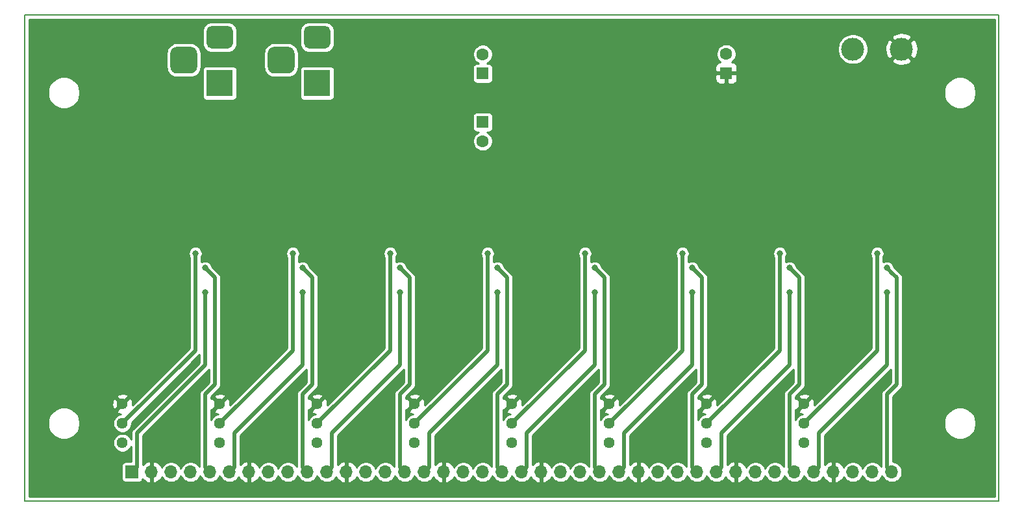
<source format=gbr>
G04 #@! TF.GenerationSoftware,KiCad,Pcbnew,5.1.8+dfsg1-1+b1*
G04 #@! TF.CreationDate,2021-07-09T11:11:43-05:00*
G04 #@! TF.ProjectId,potentiosynth,706f7465-6e74-4696-9f73-796e74682e6b,B*
G04 #@! TF.SameCoordinates,Original*
G04 #@! TF.FileFunction,Copper,L2,Bot*
G04 #@! TF.FilePolarity,Positive*
%FSLAX46Y46*%
G04 Gerber Fmt 4.6, Leading zero omitted, Abs format (unit mm)*
G04 Created by KiCad (PCBNEW 5.1.8+dfsg1-1+b1) date 2021-07-09 11:11:43*
%MOMM*%
%LPD*%
G01*
G04 APERTURE LIST*
G04 #@! TA.AperFunction,Profile*
%ADD10C,0.150000*%
G04 #@! TD*
G04 #@! TA.AperFunction,ComponentPad*
%ADD11C,1.440000*%
G04 #@! TD*
G04 #@! TA.AperFunction,ComponentPad*
%ADD12R,3.500000X3.500000*%
G04 #@! TD*
G04 #@! TA.AperFunction,ComponentPad*
%ADD13O,1.700000X1.700000*%
G04 #@! TD*
G04 #@! TA.AperFunction,ComponentPad*
%ADD14R,1.700000X1.700000*%
G04 #@! TD*
G04 #@! TA.AperFunction,ComponentPad*
%ADD15C,3.000000*%
G04 #@! TD*
G04 #@! TA.AperFunction,ComponentPad*
%ADD16C,1.600000*%
G04 #@! TD*
G04 #@! TA.AperFunction,ComponentPad*
%ADD17R,1.600000X1.600000*%
G04 #@! TD*
G04 #@! TA.AperFunction,ViaPad*
%ADD18C,0.800000*%
G04 #@! TD*
G04 #@! TA.AperFunction,Conductor*
%ADD19C,0.508000*%
G04 #@! TD*
G04 #@! TA.AperFunction,Conductor*
%ADD20C,0.254000*%
G04 #@! TD*
G04 #@! TA.AperFunction,Conductor*
%ADD21C,0.100000*%
G04 #@! TD*
G04 APERTURE END LIST*
D10*
X50800000Y-127000000D02*
X177800000Y-127000000D01*
X50800000Y-63500000D02*
X177800000Y-63500000D01*
X50800000Y-127000000D02*
X50800000Y-63500000D01*
X177800000Y-127000000D02*
X177800000Y-63500000D01*
D11*
X114300000Y-119380000D03*
X114300000Y-116840000D03*
X114300000Y-114300000D03*
X63500000Y-119380000D03*
X63500000Y-116840000D03*
X63500000Y-114300000D03*
X127000000Y-119380000D03*
X127000000Y-116840000D03*
X127000000Y-114300000D03*
X88900000Y-119380000D03*
X88900000Y-116840000D03*
X88900000Y-114300000D03*
X76200000Y-119380000D03*
X76200000Y-116840000D03*
X76200000Y-114300000D03*
X101600000Y-119380000D03*
X101600000Y-116840000D03*
X101600000Y-114300000D03*
X152400000Y-119380000D03*
X152400000Y-116840000D03*
X152400000Y-114300000D03*
X139700000Y-119380000D03*
X139700000Y-116840000D03*
X139700000Y-114300000D03*
G04 #@! TA.AperFunction,ComponentPad*
G36*
G01*
X83325000Y-67640000D02*
X85075000Y-67640000D01*
G75*
G02*
X85950000Y-68515000I0J-875000D01*
G01*
X85950000Y-70265000D01*
G75*
G02*
X85075000Y-71140000I-875000J0D01*
G01*
X83325000Y-71140000D01*
G75*
G02*
X82450000Y-70265000I0J875000D01*
G01*
X82450000Y-68515000D01*
G75*
G02*
X83325000Y-67640000I875000J0D01*
G01*
G37*
G04 #@! TD.AperFunction*
G04 #@! TA.AperFunction,ComponentPad*
G36*
G01*
X87900000Y-64890000D02*
X89900000Y-64890000D01*
G75*
G02*
X90650000Y-65640000I0J-750000D01*
G01*
X90650000Y-67140000D01*
G75*
G02*
X89900000Y-67890000I-750000J0D01*
G01*
X87900000Y-67890000D01*
G75*
G02*
X87150000Y-67140000I0J750000D01*
G01*
X87150000Y-65640000D01*
G75*
G02*
X87900000Y-64890000I750000J0D01*
G01*
G37*
G04 #@! TD.AperFunction*
D12*
X88900000Y-72390000D03*
G04 #@! TA.AperFunction,ComponentPad*
G36*
G01*
X70625000Y-67640000D02*
X72375000Y-67640000D01*
G75*
G02*
X73250000Y-68515000I0J-875000D01*
G01*
X73250000Y-70265000D01*
G75*
G02*
X72375000Y-71140000I-875000J0D01*
G01*
X70625000Y-71140000D01*
G75*
G02*
X69750000Y-70265000I0J875000D01*
G01*
X69750000Y-68515000D01*
G75*
G02*
X70625000Y-67640000I875000J0D01*
G01*
G37*
G04 #@! TD.AperFunction*
G04 #@! TA.AperFunction,ComponentPad*
G36*
G01*
X75200000Y-64890000D02*
X77200000Y-64890000D01*
G75*
G02*
X77950000Y-65640000I0J-750000D01*
G01*
X77950000Y-67140000D01*
G75*
G02*
X77200000Y-67890000I-750000J0D01*
G01*
X75200000Y-67890000D01*
G75*
G02*
X74450000Y-67140000I0J750000D01*
G01*
X74450000Y-65640000D01*
G75*
G02*
X75200000Y-64890000I750000J0D01*
G01*
G37*
G04 #@! TD.AperFunction*
X76200000Y-72390000D03*
D13*
X163830000Y-123190000D03*
X161290000Y-123190000D03*
X158750000Y-123190000D03*
X156210000Y-123190000D03*
X153670000Y-123190000D03*
X151130000Y-123190000D03*
X148590000Y-123190000D03*
X146050000Y-123190000D03*
X143510000Y-123190000D03*
X140970000Y-123190000D03*
X138430000Y-123190000D03*
X135890000Y-123190000D03*
X133350000Y-123190000D03*
X130810000Y-123190000D03*
X128270000Y-123190000D03*
X125730000Y-123190000D03*
X123190000Y-123190000D03*
X120650000Y-123190000D03*
X118110000Y-123190000D03*
X115570000Y-123190000D03*
X113030000Y-123190000D03*
X110490000Y-123190000D03*
X107950000Y-123190000D03*
X105410000Y-123190000D03*
X102870000Y-123190000D03*
X100330000Y-123190000D03*
X97790000Y-123190000D03*
X95250000Y-123190000D03*
X92710000Y-123190000D03*
X90170000Y-123190000D03*
X87630000Y-123190000D03*
X85090000Y-123190000D03*
X82550000Y-123190000D03*
X80010000Y-123190000D03*
X77470000Y-123190000D03*
X74930000Y-123190000D03*
X72390000Y-123190000D03*
X69850000Y-123190000D03*
X67310000Y-123190000D03*
D14*
X64770000Y-123190000D03*
D15*
X165100000Y-67945000D03*
X158750000Y-67945000D03*
D16*
X142240000Y-68580000D03*
D17*
X142240000Y-71080000D03*
D16*
X110490000Y-68620000D03*
D17*
X110490000Y-71120000D03*
D16*
X110490000Y-79970000D03*
D17*
X110490000Y-77470000D03*
D18*
X80645000Y-94615000D03*
X93345000Y-94615000D03*
X67945000Y-94615000D03*
X106045000Y-94615000D03*
X118745000Y-94615000D03*
X131445000Y-94615000D03*
X144145000Y-94615000D03*
X156845000Y-94615000D03*
X163195000Y-96520000D03*
X163195000Y-99695000D03*
X150495000Y-96520000D03*
X150495000Y-99695000D03*
X137795000Y-96520000D03*
X137795000Y-99695000D03*
X125095000Y-96520000D03*
X125095000Y-99695000D03*
X112395000Y-96520000D03*
X112395000Y-99695000D03*
X99695000Y-96520000D03*
X99695000Y-99695000D03*
X86995000Y-96520000D03*
X86995000Y-99695000D03*
X74295000Y-96520000D03*
X74295000Y-99695000D03*
X73025000Y-94615000D03*
X85725000Y-94615000D03*
X98425000Y-94615000D03*
X111125000Y-94615000D03*
X123825000Y-94615000D03*
X136525000Y-94615000D03*
X149225000Y-94615000D03*
X161925000Y-94615000D03*
D19*
X163830000Y-123190000D02*
X163195000Y-122555000D01*
X163195000Y-122555000D02*
X163195000Y-113030000D01*
X163195000Y-113030000D02*
X164465000Y-111760000D01*
X164465000Y-97790000D02*
X163830000Y-97155000D01*
X164465000Y-111760000D02*
X164465000Y-97790000D01*
X163195000Y-96520000D02*
X163830000Y-97155000D01*
X163195000Y-99695000D02*
X163195000Y-109220000D01*
X163195000Y-109220000D02*
X154305000Y-118110000D01*
X154305000Y-122555000D02*
X153670000Y-123190000D01*
X154305000Y-118110000D02*
X154305000Y-122555000D01*
X150495000Y-96520000D02*
X151765000Y-97790000D01*
X151765000Y-97790000D02*
X151765000Y-111760000D01*
X151765000Y-111760000D02*
X150495000Y-113030000D01*
X150495000Y-122555000D02*
X151130000Y-123190000D01*
X150495000Y-113030000D02*
X150495000Y-122555000D01*
X150495000Y-99695000D02*
X150495000Y-109220000D01*
X150495000Y-109220000D02*
X141605000Y-118110000D01*
X141605000Y-122555000D02*
X140970000Y-123190000D01*
X141605000Y-118110000D02*
X141605000Y-122555000D01*
X137795000Y-122555000D02*
X138430000Y-123190000D01*
X137795000Y-113030000D02*
X137795000Y-122555000D01*
X139065000Y-111760000D02*
X137795000Y-113030000D01*
X139065000Y-97790000D02*
X139065000Y-111760000D01*
X137795000Y-96520000D02*
X139065000Y-97790000D01*
X137795000Y-99695000D02*
X137795000Y-109220000D01*
X137795000Y-109220000D02*
X128905000Y-118110000D01*
X128905000Y-122555000D02*
X128270000Y-123190000D01*
X128905000Y-118110000D02*
X128905000Y-122555000D01*
X125095000Y-96520000D02*
X126365000Y-97790000D01*
X126365000Y-97790000D02*
X126365000Y-111760000D01*
X126365000Y-111760000D02*
X125095000Y-113030000D01*
X125095000Y-122555000D02*
X125730000Y-123190000D01*
X125095000Y-113030000D02*
X125095000Y-122555000D01*
X125095000Y-99695000D02*
X125095000Y-109220000D01*
X125095000Y-109220000D02*
X116205000Y-118110000D01*
X116205000Y-122555000D02*
X115570000Y-123190000D01*
X116205000Y-118110000D02*
X116205000Y-122555000D01*
X112395000Y-96520000D02*
X113665000Y-97790000D01*
X113665000Y-97790000D02*
X113665000Y-111760000D01*
X113665000Y-111760000D02*
X112395000Y-113030000D01*
X112395000Y-122555000D02*
X113030000Y-123190000D01*
X112395000Y-113030000D02*
X112395000Y-122555000D01*
X112395000Y-99695000D02*
X112395000Y-109220000D01*
X112395000Y-109220000D02*
X103505000Y-118110000D01*
X103505000Y-122555000D02*
X102870000Y-123190000D01*
X103505000Y-118110000D02*
X103505000Y-122555000D01*
X99695000Y-122555000D02*
X100330000Y-123190000D01*
X99695000Y-113030000D02*
X99695000Y-122555000D01*
X100965000Y-111760000D02*
X99695000Y-113030000D01*
X100965000Y-97790000D02*
X100965000Y-111760000D01*
X99695000Y-96520000D02*
X100965000Y-97790000D01*
X90805000Y-122555000D02*
X90170000Y-123190000D01*
X99695000Y-109220000D02*
X90805000Y-118110000D01*
X90805000Y-118110000D02*
X90805000Y-122555000D01*
X99695000Y-99695000D02*
X99695000Y-109220000D01*
X86995000Y-122555000D02*
X87630000Y-123190000D01*
X86995000Y-113030000D02*
X86995000Y-122555000D01*
X88265000Y-111760000D02*
X86995000Y-113030000D01*
X88265000Y-97790000D02*
X88265000Y-111760000D01*
X86995000Y-96520000D02*
X88265000Y-97790000D01*
X86995000Y-99695000D02*
X86995000Y-109220000D01*
X78105000Y-122555000D02*
X77470000Y-123190000D01*
X78105000Y-118110000D02*
X78105000Y-122555000D01*
X86995000Y-109220000D02*
X78105000Y-118110000D01*
X74295000Y-96520000D02*
X75565000Y-97790000D01*
X75565000Y-97790000D02*
X75565000Y-111760000D01*
X75565000Y-111760000D02*
X74295000Y-113030000D01*
X74295000Y-122555000D02*
X74930000Y-123190000D01*
X74295000Y-113030000D02*
X74295000Y-122555000D01*
X74295000Y-99695000D02*
X74295000Y-109220000D01*
X74295000Y-109220000D02*
X65405000Y-118110000D01*
X65405000Y-122555000D02*
X64770000Y-123190000D01*
X65405000Y-118110000D02*
X65405000Y-122555000D01*
X73025000Y-107315000D02*
X73025000Y-94615000D01*
X63500000Y-116840000D02*
X73025000Y-107315000D01*
X76200000Y-116840000D02*
X85725000Y-107315000D01*
X85725000Y-107315000D02*
X85725000Y-94615000D01*
X98425000Y-107315000D02*
X88900000Y-116840000D01*
X98425000Y-94615000D02*
X98425000Y-107315000D01*
X111125000Y-107315000D02*
X111125000Y-94615000D01*
X101600000Y-116840000D02*
X111125000Y-107315000D01*
X123825000Y-107315000D02*
X123825000Y-94615000D01*
X114300000Y-116840000D02*
X123825000Y-107315000D01*
X136525000Y-107315000D02*
X136525000Y-94615000D01*
X127000000Y-116840000D02*
X136525000Y-107315000D01*
X149225000Y-107315000D02*
X149225000Y-94615000D01*
X139700000Y-116840000D02*
X149225000Y-107315000D01*
X161925000Y-107315000D02*
X161925000Y-94615000D01*
X152400000Y-116840000D02*
X161925000Y-107315000D01*
D20*
X177217000Y-126417000D02*
X51383000Y-126417000D01*
X51383000Y-116632380D01*
X53772000Y-116632380D01*
X53772000Y-117047620D01*
X53853009Y-117454881D01*
X54011914Y-117838513D01*
X54242609Y-118183772D01*
X54536228Y-118477391D01*
X54881487Y-118708086D01*
X55265119Y-118866991D01*
X55672380Y-118948000D01*
X56087620Y-118948000D01*
X56494881Y-118866991D01*
X56878513Y-118708086D01*
X57223772Y-118477391D01*
X57517391Y-118183772D01*
X57748086Y-117838513D01*
X57906991Y-117454881D01*
X57988000Y-117047620D01*
X57988000Y-116719053D01*
X62272000Y-116719053D01*
X62272000Y-116960947D01*
X62319191Y-117198194D01*
X62411760Y-117421676D01*
X62546150Y-117622805D01*
X62717195Y-117793850D01*
X62918324Y-117928240D01*
X63141806Y-118020809D01*
X63379053Y-118068000D01*
X63620947Y-118068000D01*
X63858194Y-118020809D01*
X64081676Y-117928240D01*
X64282805Y-117793850D01*
X64453850Y-117622805D01*
X64588240Y-117421676D01*
X64680809Y-117198194D01*
X64728000Y-116960947D01*
X64728000Y-116719053D01*
X64723118Y-116694512D01*
X73533001Y-107884630D01*
X73533001Y-108904369D01*
X64892654Y-117544716D01*
X64863578Y-117568578D01*
X64833125Y-117605686D01*
X64768355Y-117684608D01*
X64730535Y-117755365D01*
X64697598Y-117816986D01*
X64654026Y-117960623D01*
X64643451Y-118068000D01*
X64639314Y-118110000D01*
X64643000Y-118147423D01*
X64643000Y-118930527D01*
X64588240Y-118798324D01*
X64453850Y-118597195D01*
X64282805Y-118426150D01*
X64081676Y-118291760D01*
X63858194Y-118199191D01*
X63620947Y-118152000D01*
X63379053Y-118152000D01*
X63141806Y-118199191D01*
X62918324Y-118291760D01*
X62717195Y-118426150D01*
X62546150Y-118597195D01*
X62411760Y-118798324D01*
X62319191Y-119021806D01*
X62272000Y-119259053D01*
X62272000Y-119500947D01*
X62319191Y-119738194D01*
X62411760Y-119961676D01*
X62546150Y-120162805D01*
X62717195Y-120333850D01*
X62918324Y-120468240D01*
X63141806Y-120560809D01*
X63379053Y-120608000D01*
X63620947Y-120608000D01*
X63858194Y-120560809D01*
X64081676Y-120468240D01*
X64282805Y-120333850D01*
X64453850Y-120162805D01*
X64588240Y-119961676D01*
X64643000Y-119829473D01*
X64643001Y-121829543D01*
X63920000Y-121829543D01*
X63820415Y-121839351D01*
X63724657Y-121868399D01*
X63636405Y-121915571D01*
X63559052Y-121979052D01*
X63495571Y-122056405D01*
X63448399Y-122144657D01*
X63419351Y-122240415D01*
X63409543Y-122340000D01*
X63409543Y-124040000D01*
X63419351Y-124139585D01*
X63448399Y-124235343D01*
X63495571Y-124323595D01*
X63559052Y-124400948D01*
X63636405Y-124464429D01*
X63724657Y-124511601D01*
X63820415Y-124540649D01*
X63920000Y-124550457D01*
X65620000Y-124550457D01*
X65719585Y-124540649D01*
X65815343Y-124511601D01*
X65903595Y-124464429D01*
X65980948Y-124400948D01*
X66044429Y-124323595D01*
X66091601Y-124235343D01*
X66120649Y-124139585D01*
X66126133Y-124083903D01*
X66309731Y-124287588D01*
X66543080Y-124461641D01*
X66805901Y-124586825D01*
X66953110Y-124631476D01*
X67183000Y-124510155D01*
X67183000Y-123317000D01*
X67163000Y-123317000D01*
X67163000Y-123063000D01*
X67183000Y-123063000D01*
X67183000Y-121869845D01*
X66953110Y-121748524D01*
X66805901Y-121793175D01*
X66543080Y-121918359D01*
X66309731Y-122092412D01*
X66167000Y-122250758D01*
X66167000Y-118425630D01*
X74803001Y-109789629D01*
X74803001Y-111444368D01*
X73782654Y-112464716D01*
X73753578Y-112488578D01*
X73723125Y-112525686D01*
X73658355Y-112604608D01*
X73620535Y-112675365D01*
X73587598Y-112736986D01*
X73544026Y-112880623D01*
X73538135Y-112940439D01*
X73529314Y-113030000D01*
X73533000Y-113067423D01*
X73533001Y-122456286D01*
X73444828Y-122324325D01*
X73255675Y-122135172D01*
X73033254Y-121986556D01*
X72786114Y-121884187D01*
X72523751Y-121832000D01*
X72256249Y-121832000D01*
X71993886Y-121884187D01*
X71746746Y-121986556D01*
X71524325Y-122135172D01*
X71335172Y-122324325D01*
X71186556Y-122546746D01*
X71120000Y-122707426D01*
X71053444Y-122546746D01*
X70904828Y-122324325D01*
X70715675Y-122135172D01*
X70493254Y-121986556D01*
X70246114Y-121884187D01*
X69983751Y-121832000D01*
X69716249Y-121832000D01*
X69453886Y-121884187D01*
X69206746Y-121986556D01*
X68984325Y-122135172D01*
X68795172Y-122324325D01*
X68646795Y-122546389D01*
X68505178Y-122308645D01*
X68310269Y-122092412D01*
X68076920Y-121918359D01*
X67814099Y-121793175D01*
X67666890Y-121748524D01*
X67437000Y-121869845D01*
X67437000Y-123063000D01*
X67457000Y-123063000D01*
X67457000Y-123317000D01*
X67437000Y-123317000D01*
X67437000Y-124510155D01*
X67666890Y-124631476D01*
X67814099Y-124586825D01*
X68076920Y-124461641D01*
X68310269Y-124287588D01*
X68505178Y-124071355D01*
X68646795Y-123833611D01*
X68795172Y-124055675D01*
X68984325Y-124244828D01*
X69206746Y-124393444D01*
X69453886Y-124495813D01*
X69716249Y-124548000D01*
X69983751Y-124548000D01*
X70246114Y-124495813D01*
X70493254Y-124393444D01*
X70715675Y-124244828D01*
X70904828Y-124055675D01*
X71053444Y-123833254D01*
X71120000Y-123672574D01*
X71186556Y-123833254D01*
X71335172Y-124055675D01*
X71524325Y-124244828D01*
X71746746Y-124393444D01*
X71993886Y-124495813D01*
X72256249Y-124548000D01*
X72523751Y-124548000D01*
X72786114Y-124495813D01*
X73033254Y-124393444D01*
X73255675Y-124244828D01*
X73444828Y-124055675D01*
X73593444Y-123833254D01*
X73660000Y-123672574D01*
X73726556Y-123833254D01*
X73875172Y-124055675D01*
X74064325Y-124244828D01*
X74286746Y-124393444D01*
X74533886Y-124495813D01*
X74796249Y-124548000D01*
X75063751Y-124548000D01*
X75326114Y-124495813D01*
X75573254Y-124393444D01*
X75795675Y-124244828D01*
X75984828Y-124055675D01*
X76133444Y-123833254D01*
X76200000Y-123672574D01*
X76266556Y-123833254D01*
X76415172Y-124055675D01*
X76604325Y-124244828D01*
X76826746Y-124393444D01*
X77073886Y-124495813D01*
X77336249Y-124548000D01*
X77603751Y-124548000D01*
X77866114Y-124495813D01*
X78113254Y-124393444D01*
X78335675Y-124244828D01*
X78524828Y-124055675D01*
X78673205Y-123833611D01*
X78814822Y-124071355D01*
X79009731Y-124287588D01*
X79243080Y-124461641D01*
X79505901Y-124586825D01*
X79653110Y-124631476D01*
X79883000Y-124510155D01*
X79883000Y-123317000D01*
X79863000Y-123317000D01*
X79863000Y-123063000D01*
X79883000Y-123063000D01*
X79883000Y-121869845D01*
X79653110Y-121748524D01*
X79505901Y-121793175D01*
X79243080Y-121918359D01*
X79009731Y-122092412D01*
X78867000Y-122250758D01*
X78867000Y-118425630D01*
X87503001Y-109789629D01*
X87503001Y-111444368D01*
X86482654Y-112464716D01*
X86453578Y-112488578D01*
X86423125Y-112525686D01*
X86358355Y-112604608D01*
X86320535Y-112675365D01*
X86287598Y-112736986D01*
X86244026Y-112880623D01*
X86238135Y-112940439D01*
X86229314Y-113030000D01*
X86233000Y-113067423D01*
X86233001Y-122456286D01*
X86144828Y-122324325D01*
X85955675Y-122135172D01*
X85733254Y-121986556D01*
X85486114Y-121884187D01*
X85223751Y-121832000D01*
X84956249Y-121832000D01*
X84693886Y-121884187D01*
X84446746Y-121986556D01*
X84224325Y-122135172D01*
X84035172Y-122324325D01*
X83886556Y-122546746D01*
X83820000Y-122707426D01*
X83753444Y-122546746D01*
X83604828Y-122324325D01*
X83415675Y-122135172D01*
X83193254Y-121986556D01*
X82946114Y-121884187D01*
X82683751Y-121832000D01*
X82416249Y-121832000D01*
X82153886Y-121884187D01*
X81906746Y-121986556D01*
X81684325Y-122135172D01*
X81495172Y-122324325D01*
X81346795Y-122546389D01*
X81205178Y-122308645D01*
X81010269Y-122092412D01*
X80776920Y-121918359D01*
X80514099Y-121793175D01*
X80366890Y-121748524D01*
X80137000Y-121869845D01*
X80137000Y-123063000D01*
X80157000Y-123063000D01*
X80157000Y-123317000D01*
X80137000Y-123317000D01*
X80137000Y-124510155D01*
X80366890Y-124631476D01*
X80514099Y-124586825D01*
X80776920Y-124461641D01*
X81010269Y-124287588D01*
X81205178Y-124071355D01*
X81346795Y-123833611D01*
X81495172Y-124055675D01*
X81684325Y-124244828D01*
X81906746Y-124393444D01*
X82153886Y-124495813D01*
X82416249Y-124548000D01*
X82683751Y-124548000D01*
X82946114Y-124495813D01*
X83193254Y-124393444D01*
X83415675Y-124244828D01*
X83604828Y-124055675D01*
X83753444Y-123833254D01*
X83820000Y-123672574D01*
X83886556Y-123833254D01*
X84035172Y-124055675D01*
X84224325Y-124244828D01*
X84446746Y-124393444D01*
X84693886Y-124495813D01*
X84956249Y-124548000D01*
X85223751Y-124548000D01*
X85486114Y-124495813D01*
X85733254Y-124393444D01*
X85955675Y-124244828D01*
X86144828Y-124055675D01*
X86293444Y-123833254D01*
X86360000Y-123672574D01*
X86426556Y-123833254D01*
X86575172Y-124055675D01*
X86764325Y-124244828D01*
X86986746Y-124393444D01*
X87233886Y-124495813D01*
X87496249Y-124548000D01*
X87763751Y-124548000D01*
X88026114Y-124495813D01*
X88273254Y-124393444D01*
X88495675Y-124244828D01*
X88684828Y-124055675D01*
X88833444Y-123833254D01*
X88900000Y-123672574D01*
X88966556Y-123833254D01*
X89115172Y-124055675D01*
X89304325Y-124244828D01*
X89526746Y-124393444D01*
X89773886Y-124495813D01*
X90036249Y-124548000D01*
X90303751Y-124548000D01*
X90566114Y-124495813D01*
X90813254Y-124393444D01*
X91035675Y-124244828D01*
X91224828Y-124055675D01*
X91373205Y-123833611D01*
X91514822Y-124071355D01*
X91709731Y-124287588D01*
X91943080Y-124461641D01*
X92205901Y-124586825D01*
X92353110Y-124631476D01*
X92583000Y-124510155D01*
X92583000Y-123317000D01*
X92563000Y-123317000D01*
X92563000Y-123063000D01*
X92583000Y-123063000D01*
X92583000Y-121869845D01*
X92353110Y-121748524D01*
X92205901Y-121793175D01*
X91943080Y-121918359D01*
X91709731Y-122092412D01*
X91567000Y-122250758D01*
X91567000Y-118425630D01*
X100203001Y-109789629D01*
X100203001Y-111444368D01*
X99182654Y-112464716D01*
X99153578Y-112488578D01*
X99123125Y-112525686D01*
X99058355Y-112604608D01*
X99020535Y-112675365D01*
X98987598Y-112736986D01*
X98944026Y-112880623D01*
X98938135Y-112940439D01*
X98929314Y-113030000D01*
X98933000Y-113067423D01*
X98933001Y-122456286D01*
X98844828Y-122324325D01*
X98655675Y-122135172D01*
X98433254Y-121986556D01*
X98186114Y-121884187D01*
X97923751Y-121832000D01*
X97656249Y-121832000D01*
X97393886Y-121884187D01*
X97146746Y-121986556D01*
X96924325Y-122135172D01*
X96735172Y-122324325D01*
X96586556Y-122546746D01*
X96520000Y-122707426D01*
X96453444Y-122546746D01*
X96304828Y-122324325D01*
X96115675Y-122135172D01*
X95893254Y-121986556D01*
X95646114Y-121884187D01*
X95383751Y-121832000D01*
X95116249Y-121832000D01*
X94853886Y-121884187D01*
X94606746Y-121986556D01*
X94384325Y-122135172D01*
X94195172Y-122324325D01*
X94046795Y-122546389D01*
X93905178Y-122308645D01*
X93710269Y-122092412D01*
X93476920Y-121918359D01*
X93214099Y-121793175D01*
X93066890Y-121748524D01*
X92837000Y-121869845D01*
X92837000Y-123063000D01*
X92857000Y-123063000D01*
X92857000Y-123317000D01*
X92837000Y-123317000D01*
X92837000Y-124510155D01*
X93066890Y-124631476D01*
X93214099Y-124586825D01*
X93476920Y-124461641D01*
X93710269Y-124287588D01*
X93905178Y-124071355D01*
X94046795Y-123833611D01*
X94195172Y-124055675D01*
X94384325Y-124244828D01*
X94606746Y-124393444D01*
X94853886Y-124495813D01*
X95116249Y-124548000D01*
X95383751Y-124548000D01*
X95646114Y-124495813D01*
X95893254Y-124393444D01*
X96115675Y-124244828D01*
X96304828Y-124055675D01*
X96453444Y-123833254D01*
X96520000Y-123672574D01*
X96586556Y-123833254D01*
X96735172Y-124055675D01*
X96924325Y-124244828D01*
X97146746Y-124393444D01*
X97393886Y-124495813D01*
X97656249Y-124548000D01*
X97923751Y-124548000D01*
X98186114Y-124495813D01*
X98433254Y-124393444D01*
X98655675Y-124244828D01*
X98844828Y-124055675D01*
X98993444Y-123833254D01*
X99060000Y-123672574D01*
X99126556Y-123833254D01*
X99275172Y-124055675D01*
X99464325Y-124244828D01*
X99686746Y-124393444D01*
X99933886Y-124495813D01*
X100196249Y-124548000D01*
X100463751Y-124548000D01*
X100726114Y-124495813D01*
X100973254Y-124393444D01*
X101195675Y-124244828D01*
X101384828Y-124055675D01*
X101533444Y-123833254D01*
X101600000Y-123672574D01*
X101666556Y-123833254D01*
X101815172Y-124055675D01*
X102004325Y-124244828D01*
X102226746Y-124393444D01*
X102473886Y-124495813D01*
X102736249Y-124548000D01*
X103003751Y-124548000D01*
X103266114Y-124495813D01*
X103513254Y-124393444D01*
X103735675Y-124244828D01*
X103924828Y-124055675D01*
X104073205Y-123833611D01*
X104214822Y-124071355D01*
X104409731Y-124287588D01*
X104643080Y-124461641D01*
X104905901Y-124586825D01*
X105053110Y-124631476D01*
X105283000Y-124510155D01*
X105283000Y-123317000D01*
X105263000Y-123317000D01*
X105263000Y-123063000D01*
X105283000Y-123063000D01*
X105283000Y-121869845D01*
X105053110Y-121748524D01*
X104905901Y-121793175D01*
X104643080Y-121918359D01*
X104409731Y-122092412D01*
X104267000Y-122250758D01*
X104267000Y-118425630D01*
X112903001Y-109789629D01*
X112903001Y-111444368D01*
X111882654Y-112464716D01*
X111853578Y-112488578D01*
X111823125Y-112525686D01*
X111758355Y-112604608D01*
X111720535Y-112675365D01*
X111687598Y-112736986D01*
X111644026Y-112880623D01*
X111638135Y-112940439D01*
X111629314Y-113030000D01*
X111633000Y-113067423D01*
X111633001Y-122456286D01*
X111544828Y-122324325D01*
X111355675Y-122135172D01*
X111133254Y-121986556D01*
X110886114Y-121884187D01*
X110623751Y-121832000D01*
X110356249Y-121832000D01*
X110093886Y-121884187D01*
X109846746Y-121986556D01*
X109624325Y-122135172D01*
X109435172Y-122324325D01*
X109286556Y-122546746D01*
X109220000Y-122707426D01*
X109153444Y-122546746D01*
X109004828Y-122324325D01*
X108815675Y-122135172D01*
X108593254Y-121986556D01*
X108346114Y-121884187D01*
X108083751Y-121832000D01*
X107816249Y-121832000D01*
X107553886Y-121884187D01*
X107306746Y-121986556D01*
X107084325Y-122135172D01*
X106895172Y-122324325D01*
X106746795Y-122546389D01*
X106605178Y-122308645D01*
X106410269Y-122092412D01*
X106176920Y-121918359D01*
X105914099Y-121793175D01*
X105766890Y-121748524D01*
X105537000Y-121869845D01*
X105537000Y-123063000D01*
X105557000Y-123063000D01*
X105557000Y-123317000D01*
X105537000Y-123317000D01*
X105537000Y-124510155D01*
X105766890Y-124631476D01*
X105914099Y-124586825D01*
X106176920Y-124461641D01*
X106410269Y-124287588D01*
X106605178Y-124071355D01*
X106746795Y-123833611D01*
X106895172Y-124055675D01*
X107084325Y-124244828D01*
X107306746Y-124393444D01*
X107553886Y-124495813D01*
X107816249Y-124548000D01*
X108083751Y-124548000D01*
X108346114Y-124495813D01*
X108593254Y-124393444D01*
X108815675Y-124244828D01*
X109004828Y-124055675D01*
X109153444Y-123833254D01*
X109220000Y-123672574D01*
X109286556Y-123833254D01*
X109435172Y-124055675D01*
X109624325Y-124244828D01*
X109846746Y-124393444D01*
X110093886Y-124495813D01*
X110356249Y-124548000D01*
X110623751Y-124548000D01*
X110886114Y-124495813D01*
X111133254Y-124393444D01*
X111355675Y-124244828D01*
X111544828Y-124055675D01*
X111693444Y-123833254D01*
X111760000Y-123672574D01*
X111826556Y-123833254D01*
X111975172Y-124055675D01*
X112164325Y-124244828D01*
X112386746Y-124393444D01*
X112633886Y-124495813D01*
X112896249Y-124548000D01*
X113163751Y-124548000D01*
X113426114Y-124495813D01*
X113673254Y-124393444D01*
X113895675Y-124244828D01*
X114084828Y-124055675D01*
X114233444Y-123833254D01*
X114300000Y-123672574D01*
X114366556Y-123833254D01*
X114515172Y-124055675D01*
X114704325Y-124244828D01*
X114926746Y-124393444D01*
X115173886Y-124495813D01*
X115436249Y-124548000D01*
X115703751Y-124548000D01*
X115966114Y-124495813D01*
X116213254Y-124393444D01*
X116435675Y-124244828D01*
X116624828Y-124055675D01*
X116773205Y-123833611D01*
X116914822Y-124071355D01*
X117109731Y-124287588D01*
X117343080Y-124461641D01*
X117605901Y-124586825D01*
X117753110Y-124631476D01*
X117983000Y-124510155D01*
X117983000Y-123317000D01*
X117963000Y-123317000D01*
X117963000Y-123063000D01*
X117983000Y-123063000D01*
X117983000Y-121869845D01*
X117753110Y-121748524D01*
X117605901Y-121793175D01*
X117343080Y-121918359D01*
X117109731Y-122092412D01*
X116967000Y-122250758D01*
X116967000Y-118425630D01*
X125603001Y-109789629D01*
X125603001Y-111444368D01*
X124582654Y-112464716D01*
X124553578Y-112488578D01*
X124523125Y-112525686D01*
X124458355Y-112604608D01*
X124420535Y-112675365D01*
X124387598Y-112736986D01*
X124344026Y-112880623D01*
X124338135Y-112940439D01*
X124329314Y-113030000D01*
X124333000Y-113067423D01*
X124333001Y-122456286D01*
X124244828Y-122324325D01*
X124055675Y-122135172D01*
X123833254Y-121986556D01*
X123586114Y-121884187D01*
X123323751Y-121832000D01*
X123056249Y-121832000D01*
X122793886Y-121884187D01*
X122546746Y-121986556D01*
X122324325Y-122135172D01*
X122135172Y-122324325D01*
X121986556Y-122546746D01*
X121920000Y-122707426D01*
X121853444Y-122546746D01*
X121704828Y-122324325D01*
X121515675Y-122135172D01*
X121293254Y-121986556D01*
X121046114Y-121884187D01*
X120783751Y-121832000D01*
X120516249Y-121832000D01*
X120253886Y-121884187D01*
X120006746Y-121986556D01*
X119784325Y-122135172D01*
X119595172Y-122324325D01*
X119446795Y-122546389D01*
X119305178Y-122308645D01*
X119110269Y-122092412D01*
X118876920Y-121918359D01*
X118614099Y-121793175D01*
X118466890Y-121748524D01*
X118237000Y-121869845D01*
X118237000Y-123063000D01*
X118257000Y-123063000D01*
X118257000Y-123317000D01*
X118237000Y-123317000D01*
X118237000Y-124510155D01*
X118466890Y-124631476D01*
X118614099Y-124586825D01*
X118876920Y-124461641D01*
X119110269Y-124287588D01*
X119305178Y-124071355D01*
X119446795Y-123833611D01*
X119595172Y-124055675D01*
X119784325Y-124244828D01*
X120006746Y-124393444D01*
X120253886Y-124495813D01*
X120516249Y-124548000D01*
X120783751Y-124548000D01*
X121046114Y-124495813D01*
X121293254Y-124393444D01*
X121515675Y-124244828D01*
X121704828Y-124055675D01*
X121853444Y-123833254D01*
X121920000Y-123672574D01*
X121986556Y-123833254D01*
X122135172Y-124055675D01*
X122324325Y-124244828D01*
X122546746Y-124393444D01*
X122793886Y-124495813D01*
X123056249Y-124548000D01*
X123323751Y-124548000D01*
X123586114Y-124495813D01*
X123833254Y-124393444D01*
X124055675Y-124244828D01*
X124244828Y-124055675D01*
X124393444Y-123833254D01*
X124460000Y-123672574D01*
X124526556Y-123833254D01*
X124675172Y-124055675D01*
X124864325Y-124244828D01*
X125086746Y-124393444D01*
X125333886Y-124495813D01*
X125596249Y-124548000D01*
X125863751Y-124548000D01*
X126126114Y-124495813D01*
X126373254Y-124393444D01*
X126595675Y-124244828D01*
X126784828Y-124055675D01*
X126933444Y-123833254D01*
X127000000Y-123672574D01*
X127066556Y-123833254D01*
X127215172Y-124055675D01*
X127404325Y-124244828D01*
X127626746Y-124393444D01*
X127873886Y-124495813D01*
X128136249Y-124548000D01*
X128403751Y-124548000D01*
X128666114Y-124495813D01*
X128913254Y-124393444D01*
X129135675Y-124244828D01*
X129324828Y-124055675D01*
X129473205Y-123833611D01*
X129614822Y-124071355D01*
X129809731Y-124287588D01*
X130043080Y-124461641D01*
X130305901Y-124586825D01*
X130453110Y-124631476D01*
X130683000Y-124510155D01*
X130683000Y-123317000D01*
X130663000Y-123317000D01*
X130663000Y-123063000D01*
X130683000Y-123063000D01*
X130683000Y-121869845D01*
X130453110Y-121748524D01*
X130305901Y-121793175D01*
X130043080Y-121918359D01*
X129809731Y-122092412D01*
X129667000Y-122250758D01*
X129667000Y-118425630D01*
X138303001Y-109789629D01*
X138303001Y-111444368D01*
X137282654Y-112464716D01*
X137253578Y-112488578D01*
X137223125Y-112525686D01*
X137158355Y-112604608D01*
X137120535Y-112675365D01*
X137087598Y-112736986D01*
X137044026Y-112880623D01*
X137038135Y-112940439D01*
X137029314Y-113030000D01*
X137033000Y-113067423D01*
X137033001Y-122456286D01*
X136944828Y-122324325D01*
X136755675Y-122135172D01*
X136533254Y-121986556D01*
X136286114Y-121884187D01*
X136023751Y-121832000D01*
X135756249Y-121832000D01*
X135493886Y-121884187D01*
X135246746Y-121986556D01*
X135024325Y-122135172D01*
X134835172Y-122324325D01*
X134686556Y-122546746D01*
X134620000Y-122707426D01*
X134553444Y-122546746D01*
X134404828Y-122324325D01*
X134215675Y-122135172D01*
X133993254Y-121986556D01*
X133746114Y-121884187D01*
X133483751Y-121832000D01*
X133216249Y-121832000D01*
X132953886Y-121884187D01*
X132706746Y-121986556D01*
X132484325Y-122135172D01*
X132295172Y-122324325D01*
X132146795Y-122546389D01*
X132005178Y-122308645D01*
X131810269Y-122092412D01*
X131576920Y-121918359D01*
X131314099Y-121793175D01*
X131166890Y-121748524D01*
X130937000Y-121869845D01*
X130937000Y-123063000D01*
X130957000Y-123063000D01*
X130957000Y-123317000D01*
X130937000Y-123317000D01*
X130937000Y-124510155D01*
X131166890Y-124631476D01*
X131314099Y-124586825D01*
X131576920Y-124461641D01*
X131810269Y-124287588D01*
X132005178Y-124071355D01*
X132146795Y-123833611D01*
X132295172Y-124055675D01*
X132484325Y-124244828D01*
X132706746Y-124393444D01*
X132953886Y-124495813D01*
X133216249Y-124548000D01*
X133483751Y-124548000D01*
X133746114Y-124495813D01*
X133993254Y-124393444D01*
X134215675Y-124244828D01*
X134404828Y-124055675D01*
X134553444Y-123833254D01*
X134620000Y-123672574D01*
X134686556Y-123833254D01*
X134835172Y-124055675D01*
X135024325Y-124244828D01*
X135246746Y-124393444D01*
X135493886Y-124495813D01*
X135756249Y-124548000D01*
X136023751Y-124548000D01*
X136286114Y-124495813D01*
X136533254Y-124393444D01*
X136755675Y-124244828D01*
X136944828Y-124055675D01*
X137093444Y-123833254D01*
X137160000Y-123672574D01*
X137226556Y-123833254D01*
X137375172Y-124055675D01*
X137564325Y-124244828D01*
X137786746Y-124393444D01*
X138033886Y-124495813D01*
X138296249Y-124548000D01*
X138563751Y-124548000D01*
X138826114Y-124495813D01*
X139073254Y-124393444D01*
X139295675Y-124244828D01*
X139484828Y-124055675D01*
X139633444Y-123833254D01*
X139700000Y-123672574D01*
X139766556Y-123833254D01*
X139915172Y-124055675D01*
X140104325Y-124244828D01*
X140326746Y-124393444D01*
X140573886Y-124495813D01*
X140836249Y-124548000D01*
X141103751Y-124548000D01*
X141366114Y-124495813D01*
X141613254Y-124393444D01*
X141835675Y-124244828D01*
X142024828Y-124055675D01*
X142173205Y-123833611D01*
X142314822Y-124071355D01*
X142509731Y-124287588D01*
X142743080Y-124461641D01*
X143005901Y-124586825D01*
X143153110Y-124631476D01*
X143383000Y-124510155D01*
X143383000Y-123317000D01*
X143363000Y-123317000D01*
X143363000Y-123063000D01*
X143383000Y-123063000D01*
X143383000Y-121869845D01*
X143153110Y-121748524D01*
X143005901Y-121793175D01*
X142743080Y-121918359D01*
X142509731Y-122092412D01*
X142367000Y-122250758D01*
X142367000Y-118425630D01*
X151003001Y-109789629D01*
X151003001Y-111444368D01*
X149982654Y-112464716D01*
X149953578Y-112488578D01*
X149923125Y-112525686D01*
X149858355Y-112604608D01*
X149820535Y-112675365D01*
X149787598Y-112736986D01*
X149744026Y-112880623D01*
X149738135Y-112940439D01*
X149729314Y-113030000D01*
X149733000Y-113067423D01*
X149733001Y-122456286D01*
X149644828Y-122324325D01*
X149455675Y-122135172D01*
X149233254Y-121986556D01*
X148986114Y-121884187D01*
X148723751Y-121832000D01*
X148456249Y-121832000D01*
X148193886Y-121884187D01*
X147946746Y-121986556D01*
X147724325Y-122135172D01*
X147535172Y-122324325D01*
X147386556Y-122546746D01*
X147320000Y-122707426D01*
X147253444Y-122546746D01*
X147104828Y-122324325D01*
X146915675Y-122135172D01*
X146693254Y-121986556D01*
X146446114Y-121884187D01*
X146183751Y-121832000D01*
X145916249Y-121832000D01*
X145653886Y-121884187D01*
X145406746Y-121986556D01*
X145184325Y-122135172D01*
X144995172Y-122324325D01*
X144846795Y-122546389D01*
X144705178Y-122308645D01*
X144510269Y-122092412D01*
X144276920Y-121918359D01*
X144014099Y-121793175D01*
X143866890Y-121748524D01*
X143637000Y-121869845D01*
X143637000Y-123063000D01*
X143657000Y-123063000D01*
X143657000Y-123317000D01*
X143637000Y-123317000D01*
X143637000Y-124510155D01*
X143866890Y-124631476D01*
X144014099Y-124586825D01*
X144276920Y-124461641D01*
X144510269Y-124287588D01*
X144705178Y-124071355D01*
X144846795Y-123833611D01*
X144995172Y-124055675D01*
X145184325Y-124244828D01*
X145406746Y-124393444D01*
X145653886Y-124495813D01*
X145916249Y-124548000D01*
X146183751Y-124548000D01*
X146446114Y-124495813D01*
X146693254Y-124393444D01*
X146915675Y-124244828D01*
X147104828Y-124055675D01*
X147253444Y-123833254D01*
X147320000Y-123672574D01*
X147386556Y-123833254D01*
X147535172Y-124055675D01*
X147724325Y-124244828D01*
X147946746Y-124393444D01*
X148193886Y-124495813D01*
X148456249Y-124548000D01*
X148723751Y-124548000D01*
X148986114Y-124495813D01*
X149233254Y-124393444D01*
X149455675Y-124244828D01*
X149644828Y-124055675D01*
X149793444Y-123833254D01*
X149860000Y-123672574D01*
X149926556Y-123833254D01*
X150075172Y-124055675D01*
X150264325Y-124244828D01*
X150486746Y-124393444D01*
X150733886Y-124495813D01*
X150996249Y-124548000D01*
X151263751Y-124548000D01*
X151526114Y-124495813D01*
X151773254Y-124393444D01*
X151995675Y-124244828D01*
X152184828Y-124055675D01*
X152333444Y-123833254D01*
X152400000Y-123672574D01*
X152466556Y-123833254D01*
X152615172Y-124055675D01*
X152804325Y-124244828D01*
X153026746Y-124393444D01*
X153273886Y-124495813D01*
X153536249Y-124548000D01*
X153803751Y-124548000D01*
X154066114Y-124495813D01*
X154313254Y-124393444D01*
X154535675Y-124244828D01*
X154724828Y-124055675D01*
X154873205Y-123833611D01*
X155014822Y-124071355D01*
X155209731Y-124287588D01*
X155443080Y-124461641D01*
X155705901Y-124586825D01*
X155853110Y-124631476D01*
X156083000Y-124510155D01*
X156083000Y-123317000D01*
X156063000Y-123317000D01*
X156063000Y-123063000D01*
X156083000Y-123063000D01*
X156083000Y-121869845D01*
X155853110Y-121748524D01*
X155705901Y-121793175D01*
X155443080Y-121918359D01*
X155209731Y-122092412D01*
X155067000Y-122250758D01*
X155067000Y-118425630D01*
X163703000Y-109789630D01*
X163703000Y-111444369D01*
X162682649Y-112464721D01*
X162653579Y-112488578D01*
X162629722Y-112517648D01*
X162629721Y-112517649D01*
X162558355Y-112604608D01*
X162487599Y-112736985D01*
X162444027Y-112880622D01*
X162429314Y-113030000D01*
X162433001Y-113067433D01*
X162433000Y-122456285D01*
X162344828Y-122324325D01*
X162155675Y-122135172D01*
X161933254Y-121986556D01*
X161686114Y-121884187D01*
X161423751Y-121832000D01*
X161156249Y-121832000D01*
X160893886Y-121884187D01*
X160646746Y-121986556D01*
X160424325Y-122135172D01*
X160235172Y-122324325D01*
X160086556Y-122546746D01*
X160020000Y-122707426D01*
X159953444Y-122546746D01*
X159804828Y-122324325D01*
X159615675Y-122135172D01*
X159393254Y-121986556D01*
X159146114Y-121884187D01*
X158883751Y-121832000D01*
X158616249Y-121832000D01*
X158353886Y-121884187D01*
X158106746Y-121986556D01*
X157884325Y-122135172D01*
X157695172Y-122324325D01*
X157546795Y-122546389D01*
X157405178Y-122308645D01*
X157210269Y-122092412D01*
X156976920Y-121918359D01*
X156714099Y-121793175D01*
X156566890Y-121748524D01*
X156337000Y-121869845D01*
X156337000Y-123063000D01*
X156357000Y-123063000D01*
X156357000Y-123317000D01*
X156337000Y-123317000D01*
X156337000Y-124510155D01*
X156566890Y-124631476D01*
X156714099Y-124586825D01*
X156976920Y-124461641D01*
X157210269Y-124287588D01*
X157405178Y-124071355D01*
X157546795Y-123833611D01*
X157695172Y-124055675D01*
X157884325Y-124244828D01*
X158106746Y-124393444D01*
X158353886Y-124495813D01*
X158616249Y-124548000D01*
X158883751Y-124548000D01*
X159146114Y-124495813D01*
X159393254Y-124393444D01*
X159615675Y-124244828D01*
X159804828Y-124055675D01*
X159953444Y-123833254D01*
X160020000Y-123672574D01*
X160086556Y-123833254D01*
X160235172Y-124055675D01*
X160424325Y-124244828D01*
X160646746Y-124393444D01*
X160893886Y-124495813D01*
X161156249Y-124548000D01*
X161423751Y-124548000D01*
X161686114Y-124495813D01*
X161933254Y-124393444D01*
X162155675Y-124244828D01*
X162344828Y-124055675D01*
X162493444Y-123833254D01*
X162560000Y-123672574D01*
X162626556Y-123833254D01*
X162775172Y-124055675D01*
X162964325Y-124244828D01*
X163186746Y-124393444D01*
X163433886Y-124495813D01*
X163696249Y-124548000D01*
X163963751Y-124548000D01*
X164226114Y-124495813D01*
X164473254Y-124393444D01*
X164695675Y-124244828D01*
X164884828Y-124055675D01*
X165033444Y-123833254D01*
X165135813Y-123586114D01*
X165188000Y-123323751D01*
X165188000Y-123056249D01*
X165135813Y-122793886D01*
X165033444Y-122546746D01*
X164884828Y-122324325D01*
X164695675Y-122135172D01*
X164473254Y-121986556D01*
X164226114Y-121884187D01*
X163963751Y-121832000D01*
X163957000Y-121832000D01*
X163957000Y-116632380D01*
X170612000Y-116632380D01*
X170612000Y-117047620D01*
X170693009Y-117454881D01*
X170851914Y-117838513D01*
X171082609Y-118183772D01*
X171376228Y-118477391D01*
X171721487Y-118708086D01*
X172105119Y-118866991D01*
X172512380Y-118948000D01*
X172927620Y-118948000D01*
X173334881Y-118866991D01*
X173718513Y-118708086D01*
X174063772Y-118477391D01*
X174357391Y-118183772D01*
X174588086Y-117838513D01*
X174746991Y-117454881D01*
X174828000Y-117047620D01*
X174828000Y-116632380D01*
X174746991Y-116225119D01*
X174588086Y-115841487D01*
X174357391Y-115496228D01*
X174063772Y-115202609D01*
X173718513Y-114971914D01*
X173334881Y-114813009D01*
X172927620Y-114732000D01*
X172512380Y-114732000D01*
X172105119Y-114813009D01*
X171721487Y-114971914D01*
X171376228Y-115202609D01*
X171082609Y-115496228D01*
X170851914Y-115841487D01*
X170693009Y-116225119D01*
X170612000Y-116632380D01*
X163957000Y-116632380D01*
X163957000Y-113345630D01*
X164977353Y-112325278D01*
X165006422Y-112301422D01*
X165101645Y-112185392D01*
X165172402Y-112053015D01*
X165215974Y-111909378D01*
X165227000Y-111797426D01*
X165227000Y-111797424D01*
X165230686Y-111760001D01*
X165227000Y-111722578D01*
X165227000Y-97827423D01*
X165230686Y-97790000D01*
X165223819Y-97720279D01*
X165215974Y-97640622D01*
X165172402Y-97496985D01*
X165101646Y-97364609D01*
X165101645Y-97364607D01*
X165066857Y-97322219D01*
X165006422Y-97248578D01*
X164977346Y-97224716D01*
X164083086Y-96330456D01*
X164068106Y-96255146D01*
X163999659Y-96089901D01*
X163900289Y-95941184D01*
X163773816Y-95814711D01*
X163625099Y-95715341D01*
X163459854Y-95646894D01*
X163284430Y-95612000D01*
X163105570Y-95612000D01*
X162930146Y-95646894D01*
X162764901Y-95715341D01*
X162687000Y-95767393D01*
X162687000Y-95108942D01*
X162729659Y-95045099D01*
X162798106Y-94879854D01*
X162833000Y-94704430D01*
X162833000Y-94525570D01*
X162798106Y-94350146D01*
X162729659Y-94184901D01*
X162630289Y-94036184D01*
X162503816Y-93909711D01*
X162355099Y-93810341D01*
X162189854Y-93741894D01*
X162014430Y-93707000D01*
X161835570Y-93707000D01*
X161660146Y-93741894D01*
X161494901Y-93810341D01*
X161346184Y-93909711D01*
X161219711Y-94036184D01*
X161120341Y-94184901D01*
X161051894Y-94350146D01*
X161017000Y-94525570D01*
X161017000Y-94704430D01*
X161051894Y-94879854D01*
X161120341Y-95045099D01*
X161163001Y-95108944D01*
X161163000Y-106999369D01*
X153751426Y-114410944D01*
X153759561Y-114226320D01*
X153719063Y-113962499D01*
X153627875Y-113711647D01*
X153571368Y-113605932D01*
X153335560Y-113544045D01*
X152579605Y-114300000D01*
X152593748Y-114314143D01*
X152414143Y-114493748D01*
X152400000Y-114479605D01*
X151644045Y-115235560D01*
X151705932Y-115471368D01*
X151947790Y-115584266D01*
X152158643Y-115635951D01*
X152041806Y-115659191D01*
X151818324Y-115751760D01*
X151617195Y-115886150D01*
X151446150Y-116057195D01*
X151311760Y-116258324D01*
X151257000Y-116390527D01*
X151257000Y-115001513D01*
X151464440Y-115055955D01*
X152220395Y-114300000D01*
X151464440Y-113544045D01*
X151257000Y-113598487D01*
X151257000Y-113364440D01*
X151644045Y-113364440D01*
X152400000Y-114120395D01*
X153155955Y-113364440D01*
X153094068Y-113128632D01*
X152852210Y-113015734D01*
X152592973Y-112952189D01*
X152326320Y-112940439D01*
X152062499Y-112980937D01*
X151811647Y-113072125D01*
X151705932Y-113128632D01*
X151644045Y-113364440D01*
X151257000Y-113364440D01*
X151257000Y-113345630D01*
X152277352Y-112325279D01*
X152306422Y-112301422D01*
X152401645Y-112185392D01*
X152472402Y-112053015D01*
X152515974Y-111909378D01*
X152527000Y-111797426D01*
X152527000Y-111797424D01*
X152530686Y-111760001D01*
X152527000Y-111722578D01*
X152527000Y-97827422D01*
X152530686Y-97789999D01*
X152523819Y-97720279D01*
X152515974Y-97640622D01*
X152472402Y-97496985D01*
X152401645Y-97364608D01*
X152306422Y-97248578D01*
X152277353Y-97224722D01*
X151383086Y-96330456D01*
X151368106Y-96255146D01*
X151299659Y-96089901D01*
X151200289Y-95941184D01*
X151073816Y-95814711D01*
X150925099Y-95715341D01*
X150759854Y-95646894D01*
X150584430Y-95612000D01*
X150405570Y-95612000D01*
X150230146Y-95646894D01*
X150064901Y-95715341D01*
X149987000Y-95767393D01*
X149987000Y-95108942D01*
X150029659Y-95045099D01*
X150098106Y-94879854D01*
X150133000Y-94704430D01*
X150133000Y-94525570D01*
X150098106Y-94350146D01*
X150029659Y-94184901D01*
X149930289Y-94036184D01*
X149803816Y-93909711D01*
X149655099Y-93810341D01*
X149489854Y-93741894D01*
X149314430Y-93707000D01*
X149135570Y-93707000D01*
X148960146Y-93741894D01*
X148794901Y-93810341D01*
X148646184Y-93909711D01*
X148519711Y-94036184D01*
X148420341Y-94184901D01*
X148351894Y-94350146D01*
X148317000Y-94525570D01*
X148317000Y-94704430D01*
X148351894Y-94879854D01*
X148420341Y-95045099D01*
X148463001Y-95108944D01*
X148463000Y-106999369D01*
X141051426Y-114410944D01*
X141059561Y-114226320D01*
X141019063Y-113962499D01*
X140927875Y-113711647D01*
X140871368Y-113605932D01*
X140635560Y-113544045D01*
X139879605Y-114300000D01*
X139893748Y-114314143D01*
X139714143Y-114493748D01*
X139700000Y-114479605D01*
X138944045Y-115235560D01*
X139005932Y-115471368D01*
X139247790Y-115584266D01*
X139458643Y-115635951D01*
X139341806Y-115659191D01*
X139118324Y-115751760D01*
X138917195Y-115886150D01*
X138746150Y-116057195D01*
X138611760Y-116258324D01*
X138557000Y-116390527D01*
X138557000Y-115001513D01*
X138764440Y-115055955D01*
X139520395Y-114300000D01*
X138764440Y-113544045D01*
X138557000Y-113598487D01*
X138557000Y-113364440D01*
X138944045Y-113364440D01*
X139700000Y-114120395D01*
X140455955Y-113364440D01*
X140394068Y-113128632D01*
X140152210Y-113015734D01*
X139892973Y-112952189D01*
X139626320Y-112940439D01*
X139362499Y-112980937D01*
X139111647Y-113072125D01*
X139005932Y-113128632D01*
X138944045Y-113364440D01*
X138557000Y-113364440D01*
X138557000Y-113345630D01*
X139577352Y-112325279D01*
X139606422Y-112301422D01*
X139701645Y-112185392D01*
X139772402Y-112053015D01*
X139815974Y-111909378D01*
X139827000Y-111797426D01*
X139827000Y-111797424D01*
X139830686Y-111760001D01*
X139827000Y-111722578D01*
X139827000Y-97827422D01*
X139830686Y-97789999D01*
X139823819Y-97720279D01*
X139815974Y-97640622D01*
X139772402Y-97496985D01*
X139701645Y-97364608D01*
X139606422Y-97248578D01*
X139577353Y-97224722D01*
X138683086Y-96330456D01*
X138668106Y-96255146D01*
X138599659Y-96089901D01*
X138500289Y-95941184D01*
X138373816Y-95814711D01*
X138225099Y-95715341D01*
X138059854Y-95646894D01*
X137884430Y-95612000D01*
X137705570Y-95612000D01*
X137530146Y-95646894D01*
X137364901Y-95715341D01*
X137287000Y-95767393D01*
X137287000Y-95108942D01*
X137329659Y-95045099D01*
X137398106Y-94879854D01*
X137433000Y-94704430D01*
X137433000Y-94525570D01*
X137398106Y-94350146D01*
X137329659Y-94184901D01*
X137230289Y-94036184D01*
X137103816Y-93909711D01*
X136955099Y-93810341D01*
X136789854Y-93741894D01*
X136614430Y-93707000D01*
X136435570Y-93707000D01*
X136260146Y-93741894D01*
X136094901Y-93810341D01*
X135946184Y-93909711D01*
X135819711Y-94036184D01*
X135720341Y-94184901D01*
X135651894Y-94350146D01*
X135617000Y-94525570D01*
X135617000Y-94704430D01*
X135651894Y-94879854D01*
X135720341Y-95045099D01*
X135763001Y-95108944D01*
X135763000Y-106999369D01*
X128351426Y-114410944D01*
X128359561Y-114226320D01*
X128319063Y-113962499D01*
X128227875Y-113711647D01*
X128171368Y-113605932D01*
X127935560Y-113544045D01*
X127179605Y-114300000D01*
X127193748Y-114314143D01*
X127014143Y-114493748D01*
X127000000Y-114479605D01*
X126244045Y-115235560D01*
X126305932Y-115471368D01*
X126547790Y-115584266D01*
X126758643Y-115635951D01*
X126641806Y-115659191D01*
X126418324Y-115751760D01*
X126217195Y-115886150D01*
X126046150Y-116057195D01*
X125911760Y-116258324D01*
X125857000Y-116390527D01*
X125857000Y-115001513D01*
X126064440Y-115055955D01*
X126820395Y-114300000D01*
X126064440Y-113544045D01*
X125857000Y-113598487D01*
X125857000Y-113364440D01*
X126244045Y-113364440D01*
X127000000Y-114120395D01*
X127755955Y-113364440D01*
X127694068Y-113128632D01*
X127452210Y-113015734D01*
X127192973Y-112952189D01*
X126926320Y-112940439D01*
X126662499Y-112980937D01*
X126411647Y-113072125D01*
X126305932Y-113128632D01*
X126244045Y-113364440D01*
X125857000Y-113364440D01*
X125857000Y-113345630D01*
X126877352Y-112325279D01*
X126906422Y-112301422D01*
X127001645Y-112185392D01*
X127072402Y-112053015D01*
X127115974Y-111909378D01*
X127127000Y-111797426D01*
X127127000Y-111797424D01*
X127130686Y-111760001D01*
X127127000Y-111722578D01*
X127127000Y-97827422D01*
X127130686Y-97789999D01*
X127123819Y-97720279D01*
X127115974Y-97640622D01*
X127072402Y-97496985D01*
X127001645Y-97364608D01*
X126906422Y-97248578D01*
X126877353Y-97224722D01*
X125983086Y-96330456D01*
X125968106Y-96255146D01*
X125899659Y-96089901D01*
X125800289Y-95941184D01*
X125673816Y-95814711D01*
X125525099Y-95715341D01*
X125359854Y-95646894D01*
X125184430Y-95612000D01*
X125005570Y-95612000D01*
X124830146Y-95646894D01*
X124664901Y-95715341D01*
X124587000Y-95767393D01*
X124587000Y-95108942D01*
X124629659Y-95045099D01*
X124698106Y-94879854D01*
X124733000Y-94704430D01*
X124733000Y-94525570D01*
X124698106Y-94350146D01*
X124629659Y-94184901D01*
X124530289Y-94036184D01*
X124403816Y-93909711D01*
X124255099Y-93810341D01*
X124089854Y-93741894D01*
X123914430Y-93707000D01*
X123735570Y-93707000D01*
X123560146Y-93741894D01*
X123394901Y-93810341D01*
X123246184Y-93909711D01*
X123119711Y-94036184D01*
X123020341Y-94184901D01*
X122951894Y-94350146D01*
X122917000Y-94525570D01*
X122917000Y-94704430D01*
X122951894Y-94879854D01*
X123020341Y-95045099D01*
X123063001Y-95108944D01*
X123063000Y-106999369D01*
X115651426Y-114410944D01*
X115659561Y-114226320D01*
X115619063Y-113962499D01*
X115527875Y-113711647D01*
X115471368Y-113605932D01*
X115235560Y-113544045D01*
X114479605Y-114300000D01*
X114493748Y-114314143D01*
X114314143Y-114493748D01*
X114300000Y-114479605D01*
X113544045Y-115235560D01*
X113605932Y-115471368D01*
X113847790Y-115584266D01*
X114058643Y-115635951D01*
X113941806Y-115659191D01*
X113718324Y-115751760D01*
X113517195Y-115886150D01*
X113346150Y-116057195D01*
X113211760Y-116258324D01*
X113157000Y-116390527D01*
X113157000Y-115001513D01*
X113364440Y-115055955D01*
X114120395Y-114300000D01*
X113364440Y-113544045D01*
X113157000Y-113598487D01*
X113157000Y-113364440D01*
X113544045Y-113364440D01*
X114300000Y-114120395D01*
X115055955Y-113364440D01*
X114994068Y-113128632D01*
X114752210Y-113015734D01*
X114492973Y-112952189D01*
X114226320Y-112940439D01*
X113962499Y-112980937D01*
X113711647Y-113072125D01*
X113605932Y-113128632D01*
X113544045Y-113364440D01*
X113157000Y-113364440D01*
X113157000Y-113345630D01*
X114177352Y-112325279D01*
X114206422Y-112301422D01*
X114301645Y-112185392D01*
X114372402Y-112053015D01*
X114415974Y-111909378D01*
X114427000Y-111797426D01*
X114427000Y-111797424D01*
X114430686Y-111760001D01*
X114427000Y-111722578D01*
X114427000Y-97827422D01*
X114430686Y-97789999D01*
X114423819Y-97720279D01*
X114415974Y-97640622D01*
X114372402Y-97496985D01*
X114301645Y-97364608D01*
X114206422Y-97248578D01*
X114177353Y-97224722D01*
X113283086Y-96330456D01*
X113268106Y-96255146D01*
X113199659Y-96089901D01*
X113100289Y-95941184D01*
X112973816Y-95814711D01*
X112825099Y-95715341D01*
X112659854Y-95646894D01*
X112484430Y-95612000D01*
X112305570Y-95612000D01*
X112130146Y-95646894D01*
X111964901Y-95715341D01*
X111887000Y-95767393D01*
X111887000Y-95108942D01*
X111929659Y-95045099D01*
X111998106Y-94879854D01*
X112033000Y-94704430D01*
X112033000Y-94525570D01*
X111998106Y-94350146D01*
X111929659Y-94184901D01*
X111830289Y-94036184D01*
X111703816Y-93909711D01*
X111555099Y-93810341D01*
X111389854Y-93741894D01*
X111214430Y-93707000D01*
X111035570Y-93707000D01*
X110860146Y-93741894D01*
X110694901Y-93810341D01*
X110546184Y-93909711D01*
X110419711Y-94036184D01*
X110320341Y-94184901D01*
X110251894Y-94350146D01*
X110217000Y-94525570D01*
X110217000Y-94704430D01*
X110251894Y-94879854D01*
X110320341Y-95045099D01*
X110363001Y-95108944D01*
X110363000Y-106999369D01*
X102951426Y-114410944D01*
X102959561Y-114226320D01*
X102919063Y-113962499D01*
X102827875Y-113711647D01*
X102771368Y-113605932D01*
X102535560Y-113544045D01*
X101779605Y-114300000D01*
X101793748Y-114314143D01*
X101614143Y-114493748D01*
X101600000Y-114479605D01*
X100844045Y-115235560D01*
X100905932Y-115471368D01*
X101147790Y-115584266D01*
X101358643Y-115635951D01*
X101241806Y-115659191D01*
X101018324Y-115751760D01*
X100817195Y-115886150D01*
X100646150Y-116057195D01*
X100511760Y-116258324D01*
X100457000Y-116390527D01*
X100457000Y-115001513D01*
X100664440Y-115055955D01*
X101420395Y-114300000D01*
X100664440Y-113544045D01*
X100457000Y-113598487D01*
X100457000Y-113364440D01*
X100844045Y-113364440D01*
X101600000Y-114120395D01*
X102355955Y-113364440D01*
X102294068Y-113128632D01*
X102052210Y-113015734D01*
X101792973Y-112952189D01*
X101526320Y-112940439D01*
X101262499Y-112980937D01*
X101011647Y-113072125D01*
X100905932Y-113128632D01*
X100844045Y-113364440D01*
X100457000Y-113364440D01*
X100457000Y-113345630D01*
X101477352Y-112325279D01*
X101506422Y-112301422D01*
X101601645Y-112185392D01*
X101672402Y-112053015D01*
X101715974Y-111909378D01*
X101727000Y-111797426D01*
X101727000Y-111797424D01*
X101730686Y-111760001D01*
X101727000Y-111722578D01*
X101727000Y-97827422D01*
X101730686Y-97789999D01*
X101723819Y-97720279D01*
X101715974Y-97640622D01*
X101672402Y-97496985D01*
X101601645Y-97364608D01*
X101506422Y-97248578D01*
X101477353Y-97224722D01*
X100583086Y-96330456D01*
X100568106Y-96255146D01*
X100499659Y-96089901D01*
X100400289Y-95941184D01*
X100273816Y-95814711D01*
X100125099Y-95715341D01*
X99959854Y-95646894D01*
X99784430Y-95612000D01*
X99605570Y-95612000D01*
X99430146Y-95646894D01*
X99264901Y-95715341D01*
X99187000Y-95767393D01*
X99187000Y-95108942D01*
X99229659Y-95045099D01*
X99298106Y-94879854D01*
X99333000Y-94704430D01*
X99333000Y-94525570D01*
X99298106Y-94350146D01*
X99229659Y-94184901D01*
X99130289Y-94036184D01*
X99003816Y-93909711D01*
X98855099Y-93810341D01*
X98689854Y-93741894D01*
X98514430Y-93707000D01*
X98335570Y-93707000D01*
X98160146Y-93741894D01*
X97994901Y-93810341D01*
X97846184Y-93909711D01*
X97719711Y-94036184D01*
X97620341Y-94184901D01*
X97551894Y-94350146D01*
X97517000Y-94525570D01*
X97517000Y-94704430D01*
X97551894Y-94879854D01*
X97620341Y-95045099D01*
X97663000Y-95108942D01*
X97663001Y-106999368D01*
X90251426Y-114410944D01*
X90259561Y-114226320D01*
X90219063Y-113962499D01*
X90127875Y-113711647D01*
X90071368Y-113605932D01*
X89835560Y-113544045D01*
X89079605Y-114300000D01*
X89093748Y-114314143D01*
X88914143Y-114493748D01*
X88900000Y-114479605D01*
X88144045Y-115235560D01*
X88205932Y-115471368D01*
X88447790Y-115584266D01*
X88658643Y-115635951D01*
X88541806Y-115659191D01*
X88318324Y-115751760D01*
X88117195Y-115886150D01*
X87946150Y-116057195D01*
X87811760Y-116258324D01*
X87757000Y-116390527D01*
X87757000Y-115001513D01*
X87964440Y-115055955D01*
X88720395Y-114300000D01*
X87964440Y-113544045D01*
X87757000Y-113598487D01*
X87757000Y-113364440D01*
X88144045Y-113364440D01*
X88900000Y-114120395D01*
X89655955Y-113364440D01*
X89594068Y-113128632D01*
X89352210Y-113015734D01*
X89092973Y-112952189D01*
X88826320Y-112940439D01*
X88562499Y-112980937D01*
X88311647Y-113072125D01*
X88205932Y-113128632D01*
X88144045Y-113364440D01*
X87757000Y-113364440D01*
X87757000Y-113345630D01*
X88777352Y-112325279D01*
X88806422Y-112301422D01*
X88901645Y-112185392D01*
X88972402Y-112053015D01*
X89015974Y-111909378D01*
X89027000Y-111797426D01*
X89027000Y-111797424D01*
X89030686Y-111760001D01*
X89027000Y-111722578D01*
X89027000Y-97827422D01*
X89030686Y-97789999D01*
X89023819Y-97720279D01*
X89015974Y-97640622D01*
X88972402Y-97496985D01*
X88901645Y-97364608D01*
X88806422Y-97248578D01*
X88777353Y-97224722D01*
X87883086Y-96330456D01*
X87868106Y-96255146D01*
X87799659Y-96089901D01*
X87700289Y-95941184D01*
X87573816Y-95814711D01*
X87425099Y-95715341D01*
X87259854Y-95646894D01*
X87084430Y-95612000D01*
X86905570Y-95612000D01*
X86730146Y-95646894D01*
X86564901Y-95715341D01*
X86487000Y-95767393D01*
X86487000Y-95108942D01*
X86529659Y-95045099D01*
X86598106Y-94879854D01*
X86633000Y-94704430D01*
X86633000Y-94525570D01*
X86598106Y-94350146D01*
X86529659Y-94184901D01*
X86430289Y-94036184D01*
X86303816Y-93909711D01*
X86155099Y-93810341D01*
X85989854Y-93741894D01*
X85814430Y-93707000D01*
X85635570Y-93707000D01*
X85460146Y-93741894D01*
X85294901Y-93810341D01*
X85146184Y-93909711D01*
X85019711Y-94036184D01*
X84920341Y-94184901D01*
X84851894Y-94350146D01*
X84817000Y-94525570D01*
X84817000Y-94704430D01*
X84851894Y-94879854D01*
X84920341Y-95045099D01*
X84963001Y-95108944D01*
X84963000Y-106999369D01*
X77551426Y-114410944D01*
X77559561Y-114226320D01*
X77519063Y-113962499D01*
X77427875Y-113711647D01*
X77371368Y-113605932D01*
X77135560Y-113544045D01*
X76379605Y-114300000D01*
X76393748Y-114314143D01*
X76214143Y-114493748D01*
X76200000Y-114479605D01*
X75444045Y-115235560D01*
X75505932Y-115471368D01*
X75747790Y-115584266D01*
X75958643Y-115635951D01*
X75841806Y-115659191D01*
X75618324Y-115751760D01*
X75417195Y-115886150D01*
X75246150Y-116057195D01*
X75111760Y-116258324D01*
X75057000Y-116390527D01*
X75057000Y-115001513D01*
X75264440Y-115055955D01*
X76020395Y-114300000D01*
X75264440Y-113544045D01*
X75057000Y-113598487D01*
X75057000Y-113364440D01*
X75444045Y-113364440D01*
X76200000Y-114120395D01*
X76955955Y-113364440D01*
X76894068Y-113128632D01*
X76652210Y-113015734D01*
X76392973Y-112952189D01*
X76126320Y-112940439D01*
X75862499Y-112980937D01*
X75611647Y-113072125D01*
X75505932Y-113128632D01*
X75444045Y-113364440D01*
X75057000Y-113364440D01*
X75057000Y-113345630D01*
X76077352Y-112325279D01*
X76106422Y-112301422D01*
X76201645Y-112185392D01*
X76272402Y-112053015D01*
X76315974Y-111909378D01*
X76327000Y-111797426D01*
X76327000Y-111797424D01*
X76330686Y-111760001D01*
X76327000Y-111722578D01*
X76327000Y-97827422D01*
X76330686Y-97789999D01*
X76323819Y-97720279D01*
X76315974Y-97640622D01*
X76272402Y-97496985D01*
X76201645Y-97364608D01*
X76106422Y-97248578D01*
X76077353Y-97224722D01*
X75183086Y-96330456D01*
X75168106Y-96255146D01*
X75099659Y-96089901D01*
X75000289Y-95941184D01*
X74873816Y-95814711D01*
X74725099Y-95715341D01*
X74559854Y-95646894D01*
X74384430Y-95612000D01*
X74205570Y-95612000D01*
X74030146Y-95646894D01*
X73864901Y-95715341D01*
X73787000Y-95767393D01*
X73787000Y-95108942D01*
X73829659Y-95045099D01*
X73898106Y-94879854D01*
X73933000Y-94704430D01*
X73933000Y-94525570D01*
X73898106Y-94350146D01*
X73829659Y-94184901D01*
X73730289Y-94036184D01*
X73603816Y-93909711D01*
X73455099Y-93810341D01*
X73289854Y-93741894D01*
X73114430Y-93707000D01*
X72935570Y-93707000D01*
X72760146Y-93741894D01*
X72594901Y-93810341D01*
X72446184Y-93909711D01*
X72319711Y-94036184D01*
X72220341Y-94184901D01*
X72151894Y-94350146D01*
X72117000Y-94525570D01*
X72117000Y-94704430D01*
X72151894Y-94879854D01*
X72220341Y-95045099D01*
X72263001Y-95108944D01*
X72263000Y-106999369D01*
X64851426Y-114410944D01*
X64859561Y-114226320D01*
X64819063Y-113962499D01*
X64727875Y-113711647D01*
X64671368Y-113605932D01*
X64435560Y-113544045D01*
X63679605Y-114300000D01*
X63693748Y-114314143D01*
X63514143Y-114493748D01*
X63500000Y-114479605D01*
X62744045Y-115235560D01*
X62805932Y-115471368D01*
X63047790Y-115584266D01*
X63258643Y-115635951D01*
X63141806Y-115659191D01*
X62918324Y-115751760D01*
X62717195Y-115886150D01*
X62546150Y-116057195D01*
X62411760Y-116258324D01*
X62319191Y-116481806D01*
X62272000Y-116719053D01*
X57988000Y-116719053D01*
X57988000Y-116632380D01*
X57906991Y-116225119D01*
X57748086Y-115841487D01*
X57517391Y-115496228D01*
X57223772Y-115202609D01*
X56878513Y-114971914D01*
X56494881Y-114813009D01*
X56087620Y-114732000D01*
X55672380Y-114732000D01*
X55265119Y-114813009D01*
X54881487Y-114971914D01*
X54536228Y-115202609D01*
X54242609Y-115496228D01*
X54011914Y-115841487D01*
X53853009Y-116225119D01*
X53772000Y-116632380D01*
X51383000Y-116632380D01*
X51383000Y-114373680D01*
X62140439Y-114373680D01*
X62180937Y-114637501D01*
X62272125Y-114888353D01*
X62328632Y-114994068D01*
X62564440Y-115055955D01*
X63320395Y-114300000D01*
X62564440Y-113544045D01*
X62328632Y-113605932D01*
X62215734Y-113847790D01*
X62152189Y-114107027D01*
X62140439Y-114373680D01*
X51383000Y-114373680D01*
X51383000Y-113364440D01*
X62744045Y-113364440D01*
X63500000Y-114120395D01*
X64255955Y-113364440D01*
X64194068Y-113128632D01*
X63952210Y-113015734D01*
X63692973Y-112952189D01*
X63426320Y-112940439D01*
X63162499Y-112980937D01*
X62911647Y-113072125D01*
X62805932Y-113128632D01*
X62744045Y-113364440D01*
X51383000Y-113364440D01*
X51383000Y-76670000D01*
X109179543Y-76670000D01*
X109179543Y-78270000D01*
X109189351Y-78369585D01*
X109218399Y-78465343D01*
X109265571Y-78553595D01*
X109329052Y-78630948D01*
X109406405Y-78694429D01*
X109494657Y-78741601D01*
X109590415Y-78770649D01*
X109690000Y-78780457D01*
X109943842Y-78780457D01*
X109870430Y-78810865D01*
X109656199Y-78954010D01*
X109474010Y-79136199D01*
X109330865Y-79350430D01*
X109232266Y-79588470D01*
X109182000Y-79841173D01*
X109182000Y-80098827D01*
X109232266Y-80351530D01*
X109330865Y-80589570D01*
X109474010Y-80803801D01*
X109656199Y-80985990D01*
X109870430Y-81129135D01*
X110108470Y-81227734D01*
X110361173Y-81278000D01*
X110618827Y-81278000D01*
X110871530Y-81227734D01*
X111109570Y-81129135D01*
X111323801Y-80985990D01*
X111505990Y-80803801D01*
X111649135Y-80589570D01*
X111747734Y-80351530D01*
X111798000Y-80098827D01*
X111798000Y-79841173D01*
X111747734Y-79588470D01*
X111649135Y-79350430D01*
X111505990Y-79136199D01*
X111323801Y-78954010D01*
X111109570Y-78810865D01*
X111036158Y-78780457D01*
X111290000Y-78780457D01*
X111389585Y-78770649D01*
X111485343Y-78741601D01*
X111573595Y-78694429D01*
X111650948Y-78630948D01*
X111714429Y-78553595D01*
X111761601Y-78465343D01*
X111790649Y-78369585D01*
X111800457Y-78270000D01*
X111800457Y-76670000D01*
X111790649Y-76570415D01*
X111761601Y-76474657D01*
X111714429Y-76386405D01*
X111650948Y-76309052D01*
X111573595Y-76245571D01*
X111485343Y-76198399D01*
X111389585Y-76169351D01*
X111290000Y-76159543D01*
X109690000Y-76159543D01*
X109590415Y-76169351D01*
X109494657Y-76198399D01*
X109406405Y-76245571D01*
X109329052Y-76309052D01*
X109265571Y-76386405D01*
X109218399Y-76474657D01*
X109189351Y-76570415D01*
X109179543Y-76670000D01*
X51383000Y-76670000D01*
X51383000Y-73452380D01*
X53772000Y-73452380D01*
X53772000Y-73867620D01*
X53853009Y-74274881D01*
X54011914Y-74658513D01*
X54242609Y-75003772D01*
X54536228Y-75297391D01*
X54881487Y-75528086D01*
X55265119Y-75686991D01*
X55672380Y-75768000D01*
X56087620Y-75768000D01*
X56494881Y-75686991D01*
X56878513Y-75528086D01*
X57223772Y-75297391D01*
X57517391Y-75003772D01*
X57748086Y-74658513D01*
X57906991Y-74274881D01*
X57988000Y-73867620D01*
X57988000Y-73452380D01*
X57906991Y-73045119D01*
X57748086Y-72661487D01*
X57517391Y-72316228D01*
X57223772Y-72022609D01*
X56878513Y-71791914D01*
X56494881Y-71633009D01*
X56087620Y-71552000D01*
X55672380Y-71552000D01*
X55265119Y-71633009D01*
X54881487Y-71791914D01*
X54536228Y-72022609D01*
X54242609Y-72316228D01*
X54011914Y-72661487D01*
X53853009Y-73045119D01*
X53772000Y-73452380D01*
X51383000Y-73452380D01*
X51383000Y-68515000D01*
X69239543Y-68515000D01*
X69239543Y-70265000D01*
X69266164Y-70535289D01*
X69345005Y-70795191D01*
X69473035Y-71034719D01*
X69645334Y-71244666D01*
X69855281Y-71416965D01*
X70094809Y-71544995D01*
X70354711Y-71623836D01*
X70625000Y-71650457D01*
X72375000Y-71650457D01*
X72645289Y-71623836D01*
X72905191Y-71544995D01*
X73144719Y-71416965D01*
X73354666Y-71244666D01*
X73526965Y-71034719D01*
X73654995Y-70795191D01*
X73702072Y-70640000D01*
X73939543Y-70640000D01*
X73939543Y-74140000D01*
X73949351Y-74239585D01*
X73978399Y-74335343D01*
X74025571Y-74423595D01*
X74089052Y-74500948D01*
X74166405Y-74564429D01*
X74254657Y-74611601D01*
X74350415Y-74640649D01*
X74450000Y-74650457D01*
X77950000Y-74650457D01*
X78049585Y-74640649D01*
X78145343Y-74611601D01*
X78233595Y-74564429D01*
X78310948Y-74500948D01*
X78374429Y-74423595D01*
X78421601Y-74335343D01*
X78450649Y-74239585D01*
X78460457Y-74140000D01*
X78460457Y-70640000D01*
X78450649Y-70540415D01*
X78421601Y-70444657D01*
X78374429Y-70356405D01*
X78310948Y-70279052D01*
X78233595Y-70215571D01*
X78145343Y-70168399D01*
X78049585Y-70139351D01*
X77950000Y-70129543D01*
X74450000Y-70129543D01*
X74350415Y-70139351D01*
X74254657Y-70168399D01*
X74166405Y-70215571D01*
X74089052Y-70279052D01*
X74025571Y-70356405D01*
X73978399Y-70444657D01*
X73949351Y-70540415D01*
X73939543Y-70640000D01*
X73702072Y-70640000D01*
X73733836Y-70535289D01*
X73760457Y-70265000D01*
X73760457Y-68515000D01*
X81939543Y-68515000D01*
X81939543Y-70265000D01*
X81966164Y-70535289D01*
X82045005Y-70795191D01*
X82173035Y-71034719D01*
X82345334Y-71244666D01*
X82555281Y-71416965D01*
X82794809Y-71544995D01*
X83054711Y-71623836D01*
X83325000Y-71650457D01*
X85075000Y-71650457D01*
X85345289Y-71623836D01*
X85605191Y-71544995D01*
X85844719Y-71416965D01*
X86054666Y-71244666D01*
X86226965Y-71034719D01*
X86354995Y-70795191D01*
X86402072Y-70640000D01*
X86639543Y-70640000D01*
X86639543Y-74140000D01*
X86649351Y-74239585D01*
X86678399Y-74335343D01*
X86725571Y-74423595D01*
X86789052Y-74500948D01*
X86866405Y-74564429D01*
X86954657Y-74611601D01*
X87050415Y-74640649D01*
X87150000Y-74650457D01*
X90650000Y-74650457D01*
X90749585Y-74640649D01*
X90845343Y-74611601D01*
X90933595Y-74564429D01*
X91010948Y-74500948D01*
X91074429Y-74423595D01*
X91121601Y-74335343D01*
X91150649Y-74239585D01*
X91160457Y-74140000D01*
X91160457Y-73452380D01*
X170612000Y-73452380D01*
X170612000Y-73867620D01*
X170693009Y-74274881D01*
X170851914Y-74658513D01*
X171082609Y-75003772D01*
X171376228Y-75297391D01*
X171721487Y-75528086D01*
X172105119Y-75686991D01*
X172512380Y-75768000D01*
X172927620Y-75768000D01*
X173334881Y-75686991D01*
X173718513Y-75528086D01*
X174063772Y-75297391D01*
X174357391Y-75003772D01*
X174588086Y-74658513D01*
X174746991Y-74274881D01*
X174828000Y-73867620D01*
X174828000Y-73452380D01*
X174746991Y-73045119D01*
X174588086Y-72661487D01*
X174357391Y-72316228D01*
X174063772Y-72022609D01*
X173718513Y-71791914D01*
X173334881Y-71633009D01*
X172927620Y-71552000D01*
X172512380Y-71552000D01*
X172105119Y-71633009D01*
X171721487Y-71791914D01*
X171376228Y-72022609D01*
X171082609Y-72316228D01*
X170851914Y-72661487D01*
X170693009Y-73045119D01*
X170612000Y-73452380D01*
X91160457Y-73452380D01*
X91160457Y-70640000D01*
X91150649Y-70540415D01*
X91121601Y-70444657D01*
X91074429Y-70356405D01*
X91044553Y-70320000D01*
X109179543Y-70320000D01*
X109179543Y-71920000D01*
X109189351Y-72019585D01*
X109218399Y-72115343D01*
X109265571Y-72203595D01*
X109329052Y-72280948D01*
X109406405Y-72344429D01*
X109494657Y-72391601D01*
X109590415Y-72420649D01*
X109690000Y-72430457D01*
X111290000Y-72430457D01*
X111389585Y-72420649D01*
X111485343Y-72391601D01*
X111573595Y-72344429D01*
X111650948Y-72280948D01*
X111714429Y-72203595D01*
X111761601Y-72115343D01*
X111790649Y-72019585D01*
X111800457Y-71920000D01*
X111800457Y-71880000D01*
X140801928Y-71880000D01*
X140814188Y-72004482D01*
X140850498Y-72124180D01*
X140909463Y-72234494D01*
X140988815Y-72331185D01*
X141085506Y-72410537D01*
X141195820Y-72469502D01*
X141315518Y-72505812D01*
X141440000Y-72518072D01*
X141954250Y-72515000D01*
X142113000Y-72356250D01*
X142113000Y-71207000D01*
X142367000Y-71207000D01*
X142367000Y-72356250D01*
X142525750Y-72515000D01*
X143040000Y-72518072D01*
X143164482Y-72505812D01*
X143284180Y-72469502D01*
X143394494Y-72410537D01*
X143491185Y-72331185D01*
X143570537Y-72234494D01*
X143629502Y-72124180D01*
X143665812Y-72004482D01*
X143678072Y-71880000D01*
X143675000Y-71365750D01*
X143516250Y-71207000D01*
X142367000Y-71207000D01*
X142113000Y-71207000D01*
X140963750Y-71207000D01*
X140805000Y-71365750D01*
X140801928Y-71880000D01*
X111800457Y-71880000D01*
X111800457Y-70320000D01*
X111796518Y-70280000D01*
X140801928Y-70280000D01*
X140805000Y-70794250D01*
X140963750Y-70953000D01*
X142113000Y-70953000D01*
X142113000Y-70933000D01*
X142367000Y-70933000D01*
X142367000Y-70953000D01*
X143516250Y-70953000D01*
X143675000Y-70794250D01*
X143678072Y-70280000D01*
X143665812Y-70155518D01*
X143629502Y-70035820D01*
X143570537Y-69925506D01*
X143491185Y-69828815D01*
X143394494Y-69749463D01*
X143284180Y-69690498D01*
X143164482Y-69654188D01*
X143040000Y-69641928D01*
X143004735Y-69642139D01*
X143073801Y-69595990D01*
X143255990Y-69413801D01*
X143399135Y-69199570D01*
X143497734Y-68961530D01*
X143548000Y-68708827D01*
X143548000Y-68451173D01*
X143497734Y-68198470D01*
X143399135Y-67960430D01*
X143256679Y-67747229D01*
X156742000Y-67747229D01*
X156742000Y-68142771D01*
X156819166Y-68530712D01*
X156970533Y-68896145D01*
X157190284Y-69225025D01*
X157469975Y-69504716D01*
X157798855Y-69724467D01*
X158164288Y-69875834D01*
X158552229Y-69953000D01*
X158947771Y-69953000D01*
X159335712Y-69875834D01*
X159701145Y-69724467D01*
X160030025Y-69504716D01*
X160098088Y-69436653D01*
X163787952Y-69436653D01*
X163943962Y-69752214D01*
X164318745Y-69943020D01*
X164723551Y-70057044D01*
X165142824Y-70089902D01*
X165560451Y-70040334D01*
X165960383Y-69910243D01*
X166256038Y-69752214D01*
X166412048Y-69436653D01*
X165100000Y-68124605D01*
X163787952Y-69436653D01*
X160098088Y-69436653D01*
X160309716Y-69225025D01*
X160529467Y-68896145D01*
X160680834Y-68530712D01*
X160758000Y-68142771D01*
X160758000Y-67987824D01*
X162955098Y-67987824D01*
X163004666Y-68405451D01*
X163134757Y-68805383D01*
X163292786Y-69101038D01*
X163608347Y-69257048D01*
X164920395Y-67945000D01*
X165279605Y-67945000D01*
X166591653Y-69257048D01*
X166907214Y-69101038D01*
X167098020Y-68726255D01*
X167212044Y-68321449D01*
X167244902Y-67902176D01*
X167195334Y-67484549D01*
X167065243Y-67084617D01*
X166907214Y-66788962D01*
X166591653Y-66632952D01*
X165279605Y-67945000D01*
X164920395Y-67945000D01*
X163608347Y-66632952D01*
X163292786Y-66788962D01*
X163101980Y-67163745D01*
X162987956Y-67568551D01*
X162955098Y-67987824D01*
X160758000Y-67987824D01*
X160758000Y-67747229D01*
X160680834Y-67359288D01*
X160529467Y-66993855D01*
X160309716Y-66664975D01*
X160098088Y-66453347D01*
X163787952Y-66453347D01*
X165100000Y-67765395D01*
X166412048Y-66453347D01*
X166256038Y-66137786D01*
X165881255Y-65946980D01*
X165476449Y-65832956D01*
X165057176Y-65800098D01*
X164639549Y-65849666D01*
X164239617Y-65979757D01*
X163943962Y-66137786D01*
X163787952Y-66453347D01*
X160098088Y-66453347D01*
X160030025Y-66385284D01*
X159701145Y-66165533D01*
X159335712Y-66014166D01*
X158947771Y-65937000D01*
X158552229Y-65937000D01*
X158164288Y-66014166D01*
X157798855Y-66165533D01*
X157469975Y-66385284D01*
X157190284Y-66664975D01*
X156970533Y-66993855D01*
X156819166Y-67359288D01*
X156742000Y-67747229D01*
X143256679Y-67747229D01*
X143255990Y-67746199D01*
X143073801Y-67564010D01*
X142859570Y-67420865D01*
X142621530Y-67322266D01*
X142368827Y-67272000D01*
X142111173Y-67272000D01*
X141858470Y-67322266D01*
X141620430Y-67420865D01*
X141406199Y-67564010D01*
X141224010Y-67746199D01*
X141080865Y-67960430D01*
X140982266Y-68198470D01*
X140932000Y-68451173D01*
X140932000Y-68708827D01*
X140982266Y-68961530D01*
X141080865Y-69199570D01*
X141224010Y-69413801D01*
X141406199Y-69595990D01*
X141475265Y-69642139D01*
X141440000Y-69641928D01*
X141315518Y-69654188D01*
X141195820Y-69690498D01*
X141085506Y-69749463D01*
X140988815Y-69828815D01*
X140909463Y-69925506D01*
X140850498Y-70035820D01*
X140814188Y-70155518D01*
X140801928Y-70280000D01*
X111796518Y-70280000D01*
X111790649Y-70220415D01*
X111761601Y-70124657D01*
X111714429Y-70036405D01*
X111650948Y-69959052D01*
X111573595Y-69895571D01*
X111485343Y-69848399D01*
X111389585Y-69819351D01*
X111290000Y-69809543D01*
X111036158Y-69809543D01*
X111109570Y-69779135D01*
X111323801Y-69635990D01*
X111505990Y-69453801D01*
X111649135Y-69239570D01*
X111747734Y-69001530D01*
X111798000Y-68748827D01*
X111798000Y-68491173D01*
X111747734Y-68238470D01*
X111649135Y-68000430D01*
X111505990Y-67786199D01*
X111323801Y-67604010D01*
X111109570Y-67460865D01*
X110871530Y-67362266D01*
X110618827Y-67312000D01*
X110361173Y-67312000D01*
X110108470Y-67362266D01*
X109870430Y-67460865D01*
X109656199Y-67604010D01*
X109474010Y-67786199D01*
X109330865Y-68000430D01*
X109232266Y-68238470D01*
X109182000Y-68491173D01*
X109182000Y-68748827D01*
X109232266Y-69001530D01*
X109330865Y-69239570D01*
X109474010Y-69453801D01*
X109656199Y-69635990D01*
X109870430Y-69779135D01*
X109943842Y-69809543D01*
X109690000Y-69809543D01*
X109590415Y-69819351D01*
X109494657Y-69848399D01*
X109406405Y-69895571D01*
X109329052Y-69959052D01*
X109265571Y-70036405D01*
X109218399Y-70124657D01*
X109189351Y-70220415D01*
X109179543Y-70320000D01*
X91044553Y-70320000D01*
X91010948Y-70279052D01*
X90933595Y-70215571D01*
X90845343Y-70168399D01*
X90749585Y-70139351D01*
X90650000Y-70129543D01*
X87150000Y-70129543D01*
X87050415Y-70139351D01*
X86954657Y-70168399D01*
X86866405Y-70215571D01*
X86789052Y-70279052D01*
X86725571Y-70356405D01*
X86678399Y-70444657D01*
X86649351Y-70540415D01*
X86639543Y-70640000D01*
X86402072Y-70640000D01*
X86433836Y-70535289D01*
X86460457Y-70265000D01*
X86460457Y-68515000D01*
X86433836Y-68244711D01*
X86354995Y-67984809D01*
X86226965Y-67745281D01*
X86054666Y-67535334D01*
X85844719Y-67363035D01*
X85605191Y-67235005D01*
X85345289Y-67156164D01*
X85075000Y-67129543D01*
X83325000Y-67129543D01*
X83054711Y-67156164D01*
X82794809Y-67235005D01*
X82555281Y-67363035D01*
X82345334Y-67535334D01*
X82173035Y-67745281D01*
X82045005Y-67984809D01*
X81966164Y-68244711D01*
X81939543Y-68515000D01*
X73760457Y-68515000D01*
X73733836Y-68244711D01*
X73654995Y-67984809D01*
X73526965Y-67745281D01*
X73354666Y-67535334D01*
X73144719Y-67363035D01*
X72905191Y-67235005D01*
X72645289Y-67156164D01*
X72375000Y-67129543D01*
X70625000Y-67129543D01*
X70354711Y-67156164D01*
X70094809Y-67235005D01*
X69855281Y-67363035D01*
X69645334Y-67535334D01*
X69473035Y-67745281D01*
X69345005Y-67984809D01*
X69266164Y-68244711D01*
X69239543Y-68515000D01*
X51383000Y-68515000D01*
X51383000Y-65640000D01*
X73939543Y-65640000D01*
X73939543Y-67140000D01*
X73963762Y-67385903D01*
X74035490Y-67622356D01*
X74151968Y-67840272D01*
X74308722Y-68031278D01*
X74499728Y-68188032D01*
X74717644Y-68304510D01*
X74954097Y-68376238D01*
X75200000Y-68400457D01*
X77200000Y-68400457D01*
X77445903Y-68376238D01*
X77682356Y-68304510D01*
X77900272Y-68188032D01*
X78091278Y-68031278D01*
X78248032Y-67840272D01*
X78364510Y-67622356D01*
X78436238Y-67385903D01*
X78460457Y-67140000D01*
X78460457Y-65640000D01*
X86639543Y-65640000D01*
X86639543Y-67140000D01*
X86663762Y-67385903D01*
X86735490Y-67622356D01*
X86851968Y-67840272D01*
X87008722Y-68031278D01*
X87199728Y-68188032D01*
X87417644Y-68304510D01*
X87654097Y-68376238D01*
X87900000Y-68400457D01*
X89900000Y-68400457D01*
X90145903Y-68376238D01*
X90382356Y-68304510D01*
X90600272Y-68188032D01*
X90791278Y-68031278D01*
X90948032Y-67840272D01*
X91064510Y-67622356D01*
X91136238Y-67385903D01*
X91160457Y-67140000D01*
X91160457Y-65640000D01*
X91136238Y-65394097D01*
X91064510Y-65157644D01*
X90948032Y-64939728D01*
X90791278Y-64748722D01*
X90600272Y-64591968D01*
X90382356Y-64475490D01*
X90145903Y-64403762D01*
X89900000Y-64379543D01*
X87900000Y-64379543D01*
X87654097Y-64403762D01*
X87417644Y-64475490D01*
X87199728Y-64591968D01*
X87008722Y-64748722D01*
X86851968Y-64939728D01*
X86735490Y-65157644D01*
X86663762Y-65394097D01*
X86639543Y-65640000D01*
X78460457Y-65640000D01*
X78436238Y-65394097D01*
X78364510Y-65157644D01*
X78248032Y-64939728D01*
X78091278Y-64748722D01*
X77900272Y-64591968D01*
X77682356Y-64475490D01*
X77445903Y-64403762D01*
X77200000Y-64379543D01*
X75200000Y-64379543D01*
X74954097Y-64403762D01*
X74717644Y-64475490D01*
X74499728Y-64591968D01*
X74308722Y-64748722D01*
X74151968Y-64939728D01*
X74035490Y-65157644D01*
X73963762Y-65394097D01*
X73939543Y-65640000D01*
X51383000Y-65640000D01*
X51383000Y-64083000D01*
X177217001Y-64083000D01*
X177217000Y-126417000D01*
G04 #@! TA.AperFunction,Conductor*
D21*
G36*
X177217000Y-126417000D02*
G01*
X51383000Y-126417000D01*
X51383000Y-116632380D01*
X53772000Y-116632380D01*
X53772000Y-117047620D01*
X53853009Y-117454881D01*
X54011914Y-117838513D01*
X54242609Y-118183772D01*
X54536228Y-118477391D01*
X54881487Y-118708086D01*
X55265119Y-118866991D01*
X55672380Y-118948000D01*
X56087620Y-118948000D01*
X56494881Y-118866991D01*
X56878513Y-118708086D01*
X57223772Y-118477391D01*
X57517391Y-118183772D01*
X57748086Y-117838513D01*
X57906991Y-117454881D01*
X57988000Y-117047620D01*
X57988000Y-116719053D01*
X62272000Y-116719053D01*
X62272000Y-116960947D01*
X62319191Y-117198194D01*
X62411760Y-117421676D01*
X62546150Y-117622805D01*
X62717195Y-117793850D01*
X62918324Y-117928240D01*
X63141806Y-118020809D01*
X63379053Y-118068000D01*
X63620947Y-118068000D01*
X63858194Y-118020809D01*
X64081676Y-117928240D01*
X64282805Y-117793850D01*
X64453850Y-117622805D01*
X64588240Y-117421676D01*
X64680809Y-117198194D01*
X64728000Y-116960947D01*
X64728000Y-116719053D01*
X64723118Y-116694512D01*
X73533001Y-107884630D01*
X73533001Y-108904369D01*
X64892654Y-117544716D01*
X64863578Y-117568578D01*
X64833125Y-117605686D01*
X64768355Y-117684608D01*
X64730535Y-117755365D01*
X64697598Y-117816986D01*
X64654026Y-117960623D01*
X64643451Y-118068000D01*
X64639314Y-118110000D01*
X64643000Y-118147423D01*
X64643000Y-118930527D01*
X64588240Y-118798324D01*
X64453850Y-118597195D01*
X64282805Y-118426150D01*
X64081676Y-118291760D01*
X63858194Y-118199191D01*
X63620947Y-118152000D01*
X63379053Y-118152000D01*
X63141806Y-118199191D01*
X62918324Y-118291760D01*
X62717195Y-118426150D01*
X62546150Y-118597195D01*
X62411760Y-118798324D01*
X62319191Y-119021806D01*
X62272000Y-119259053D01*
X62272000Y-119500947D01*
X62319191Y-119738194D01*
X62411760Y-119961676D01*
X62546150Y-120162805D01*
X62717195Y-120333850D01*
X62918324Y-120468240D01*
X63141806Y-120560809D01*
X63379053Y-120608000D01*
X63620947Y-120608000D01*
X63858194Y-120560809D01*
X64081676Y-120468240D01*
X64282805Y-120333850D01*
X64453850Y-120162805D01*
X64588240Y-119961676D01*
X64643000Y-119829473D01*
X64643001Y-121829543D01*
X63920000Y-121829543D01*
X63820415Y-121839351D01*
X63724657Y-121868399D01*
X63636405Y-121915571D01*
X63559052Y-121979052D01*
X63495571Y-122056405D01*
X63448399Y-122144657D01*
X63419351Y-122240415D01*
X63409543Y-122340000D01*
X63409543Y-124040000D01*
X63419351Y-124139585D01*
X63448399Y-124235343D01*
X63495571Y-124323595D01*
X63559052Y-124400948D01*
X63636405Y-124464429D01*
X63724657Y-124511601D01*
X63820415Y-124540649D01*
X63920000Y-124550457D01*
X65620000Y-124550457D01*
X65719585Y-124540649D01*
X65815343Y-124511601D01*
X65903595Y-124464429D01*
X65980948Y-124400948D01*
X66044429Y-124323595D01*
X66091601Y-124235343D01*
X66120649Y-124139585D01*
X66126133Y-124083903D01*
X66309731Y-124287588D01*
X66543080Y-124461641D01*
X66805901Y-124586825D01*
X66953110Y-124631476D01*
X67183000Y-124510155D01*
X67183000Y-123317000D01*
X67163000Y-123317000D01*
X67163000Y-123063000D01*
X67183000Y-123063000D01*
X67183000Y-121869845D01*
X66953110Y-121748524D01*
X66805901Y-121793175D01*
X66543080Y-121918359D01*
X66309731Y-122092412D01*
X66167000Y-122250758D01*
X66167000Y-118425630D01*
X74803001Y-109789629D01*
X74803001Y-111444368D01*
X73782654Y-112464716D01*
X73753578Y-112488578D01*
X73723125Y-112525686D01*
X73658355Y-112604608D01*
X73620535Y-112675365D01*
X73587598Y-112736986D01*
X73544026Y-112880623D01*
X73538135Y-112940439D01*
X73529314Y-113030000D01*
X73533000Y-113067423D01*
X73533001Y-122456286D01*
X73444828Y-122324325D01*
X73255675Y-122135172D01*
X73033254Y-121986556D01*
X72786114Y-121884187D01*
X72523751Y-121832000D01*
X72256249Y-121832000D01*
X71993886Y-121884187D01*
X71746746Y-121986556D01*
X71524325Y-122135172D01*
X71335172Y-122324325D01*
X71186556Y-122546746D01*
X71120000Y-122707426D01*
X71053444Y-122546746D01*
X70904828Y-122324325D01*
X70715675Y-122135172D01*
X70493254Y-121986556D01*
X70246114Y-121884187D01*
X69983751Y-121832000D01*
X69716249Y-121832000D01*
X69453886Y-121884187D01*
X69206746Y-121986556D01*
X68984325Y-122135172D01*
X68795172Y-122324325D01*
X68646795Y-122546389D01*
X68505178Y-122308645D01*
X68310269Y-122092412D01*
X68076920Y-121918359D01*
X67814099Y-121793175D01*
X67666890Y-121748524D01*
X67437000Y-121869845D01*
X67437000Y-123063000D01*
X67457000Y-123063000D01*
X67457000Y-123317000D01*
X67437000Y-123317000D01*
X67437000Y-124510155D01*
X67666890Y-124631476D01*
X67814099Y-124586825D01*
X68076920Y-124461641D01*
X68310269Y-124287588D01*
X68505178Y-124071355D01*
X68646795Y-123833611D01*
X68795172Y-124055675D01*
X68984325Y-124244828D01*
X69206746Y-124393444D01*
X69453886Y-124495813D01*
X69716249Y-124548000D01*
X69983751Y-124548000D01*
X70246114Y-124495813D01*
X70493254Y-124393444D01*
X70715675Y-124244828D01*
X70904828Y-124055675D01*
X71053444Y-123833254D01*
X71120000Y-123672574D01*
X71186556Y-123833254D01*
X71335172Y-124055675D01*
X71524325Y-124244828D01*
X71746746Y-124393444D01*
X71993886Y-124495813D01*
X72256249Y-124548000D01*
X72523751Y-124548000D01*
X72786114Y-124495813D01*
X73033254Y-124393444D01*
X73255675Y-124244828D01*
X73444828Y-124055675D01*
X73593444Y-123833254D01*
X73660000Y-123672574D01*
X73726556Y-123833254D01*
X73875172Y-124055675D01*
X74064325Y-124244828D01*
X74286746Y-124393444D01*
X74533886Y-124495813D01*
X74796249Y-124548000D01*
X75063751Y-124548000D01*
X75326114Y-124495813D01*
X75573254Y-124393444D01*
X75795675Y-124244828D01*
X75984828Y-124055675D01*
X76133444Y-123833254D01*
X76200000Y-123672574D01*
X76266556Y-123833254D01*
X76415172Y-124055675D01*
X76604325Y-124244828D01*
X76826746Y-124393444D01*
X77073886Y-124495813D01*
X77336249Y-124548000D01*
X77603751Y-124548000D01*
X77866114Y-124495813D01*
X78113254Y-124393444D01*
X78335675Y-124244828D01*
X78524828Y-124055675D01*
X78673205Y-123833611D01*
X78814822Y-124071355D01*
X79009731Y-124287588D01*
X79243080Y-124461641D01*
X79505901Y-124586825D01*
X79653110Y-124631476D01*
X79883000Y-124510155D01*
X79883000Y-123317000D01*
X79863000Y-123317000D01*
X79863000Y-123063000D01*
X79883000Y-123063000D01*
X79883000Y-121869845D01*
X79653110Y-121748524D01*
X79505901Y-121793175D01*
X79243080Y-121918359D01*
X79009731Y-122092412D01*
X78867000Y-122250758D01*
X78867000Y-118425630D01*
X87503001Y-109789629D01*
X87503001Y-111444368D01*
X86482654Y-112464716D01*
X86453578Y-112488578D01*
X86423125Y-112525686D01*
X86358355Y-112604608D01*
X86320535Y-112675365D01*
X86287598Y-112736986D01*
X86244026Y-112880623D01*
X86238135Y-112940439D01*
X86229314Y-113030000D01*
X86233000Y-113067423D01*
X86233001Y-122456286D01*
X86144828Y-122324325D01*
X85955675Y-122135172D01*
X85733254Y-121986556D01*
X85486114Y-121884187D01*
X85223751Y-121832000D01*
X84956249Y-121832000D01*
X84693886Y-121884187D01*
X84446746Y-121986556D01*
X84224325Y-122135172D01*
X84035172Y-122324325D01*
X83886556Y-122546746D01*
X83820000Y-122707426D01*
X83753444Y-122546746D01*
X83604828Y-122324325D01*
X83415675Y-122135172D01*
X83193254Y-121986556D01*
X82946114Y-121884187D01*
X82683751Y-121832000D01*
X82416249Y-121832000D01*
X82153886Y-121884187D01*
X81906746Y-121986556D01*
X81684325Y-122135172D01*
X81495172Y-122324325D01*
X81346795Y-122546389D01*
X81205178Y-122308645D01*
X81010269Y-122092412D01*
X80776920Y-121918359D01*
X80514099Y-121793175D01*
X80366890Y-121748524D01*
X80137000Y-121869845D01*
X80137000Y-123063000D01*
X80157000Y-123063000D01*
X80157000Y-123317000D01*
X80137000Y-123317000D01*
X80137000Y-124510155D01*
X80366890Y-124631476D01*
X80514099Y-124586825D01*
X80776920Y-124461641D01*
X81010269Y-124287588D01*
X81205178Y-124071355D01*
X81346795Y-123833611D01*
X81495172Y-124055675D01*
X81684325Y-124244828D01*
X81906746Y-124393444D01*
X82153886Y-124495813D01*
X82416249Y-124548000D01*
X82683751Y-124548000D01*
X82946114Y-124495813D01*
X83193254Y-124393444D01*
X83415675Y-124244828D01*
X83604828Y-124055675D01*
X83753444Y-123833254D01*
X83820000Y-123672574D01*
X83886556Y-123833254D01*
X84035172Y-124055675D01*
X84224325Y-124244828D01*
X84446746Y-124393444D01*
X84693886Y-124495813D01*
X84956249Y-124548000D01*
X85223751Y-124548000D01*
X85486114Y-124495813D01*
X85733254Y-124393444D01*
X85955675Y-124244828D01*
X86144828Y-124055675D01*
X86293444Y-123833254D01*
X86360000Y-123672574D01*
X86426556Y-123833254D01*
X86575172Y-124055675D01*
X86764325Y-124244828D01*
X86986746Y-124393444D01*
X87233886Y-124495813D01*
X87496249Y-124548000D01*
X87763751Y-124548000D01*
X88026114Y-124495813D01*
X88273254Y-124393444D01*
X88495675Y-124244828D01*
X88684828Y-124055675D01*
X88833444Y-123833254D01*
X88900000Y-123672574D01*
X88966556Y-123833254D01*
X89115172Y-124055675D01*
X89304325Y-124244828D01*
X89526746Y-124393444D01*
X89773886Y-124495813D01*
X90036249Y-124548000D01*
X90303751Y-124548000D01*
X90566114Y-124495813D01*
X90813254Y-124393444D01*
X91035675Y-124244828D01*
X91224828Y-124055675D01*
X91373205Y-123833611D01*
X91514822Y-124071355D01*
X91709731Y-124287588D01*
X91943080Y-124461641D01*
X92205901Y-124586825D01*
X92353110Y-124631476D01*
X92583000Y-124510155D01*
X92583000Y-123317000D01*
X92563000Y-123317000D01*
X92563000Y-123063000D01*
X92583000Y-123063000D01*
X92583000Y-121869845D01*
X92353110Y-121748524D01*
X92205901Y-121793175D01*
X91943080Y-121918359D01*
X91709731Y-122092412D01*
X91567000Y-122250758D01*
X91567000Y-118425630D01*
X100203001Y-109789629D01*
X100203001Y-111444368D01*
X99182654Y-112464716D01*
X99153578Y-112488578D01*
X99123125Y-112525686D01*
X99058355Y-112604608D01*
X99020535Y-112675365D01*
X98987598Y-112736986D01*
X98944026Y-112880623D01*
X98938135Y-112940439D01*
X98929314Y-113030000D01*
X98933000Y-113067423D01*
X98933001Y-122456286D01*
X98844828Y-122324325D01*
X98655675Y-122135172D01*
X98433254Y-121986556D01*
X98186114Y-121884187D01*
X97923751Y-121832000D01*
X97656249Y-121832000D01*
X97393886Y-121884187D01*
X97146746Y-121986556D01*
X96924325Y-122135172D01*
X96735172Y-122324325D01*
X96586556Y-122546746D01*
X96520000Y-122707426D01*
X96453444Y-122546746D01*
X96304828Y-122324325D01*
X96115675Y-122135172D01*
X95893254Y-121986556D01*
X95646114Y-121884187D01*
X95383751Y-121832000D01*
X95116249Y-121832000D01*
X94853886Y-121884187D01*
X94606746Y-121986556D01*
X94384325Y-122135172D01*
X94195172Y-122324325D01*
X94046795Y-122546389D01*
X93905178Y-122308645D01*
X93710269Y-122092412D01*
X93476920Y-121918359D01*
X93214099Y-121793175D01*
X93066890Y-121748524D01*
X92837000Y-121869845D01*
X92837000Y-123063000D01*
X92857000Y-123063000D01*
X92857000Y-123317000D01*
X92837000Y-123317000D01*
X92837000Y-124510155D01*
X93066890Y-124631476D01*
X93214099Y-124586825D01*
X93476920Y-124461641D01*
X93710269Y-124287588D01*
X93905178Y-124071355D01*
X94046795Y-123833611D01*
X94195172Y-124055675D01*
X94384325Y-124244828D01*
X94606746Y-124393444D01*
X94853886Y-124495813D01*
X95116249Y-124548000D01*
X95383751Y-124548000D01*
X95646114Y-124495813D01*
X95893254Y-124393444D01*
X96115675Y-124244828D01*
X96304828Y-124055675D01*
X96453444Y-123833254D01*
X96520000Y-123672574D01*
X96586556Y-123833254D01*
X96735172Y-124055675D01*
X96924325Y-124244828D01*
X97146746Y-124393444D01*
X97393886Y-124495813D01*
X97656249Y-124548000D01*
X97923751Y-124548000D01*
X98186114Y-124495813D01*
X98433254Y-124393444D01*
X98655675Y-124244828D01*
X98844828Y-124055675D01*
X98993444Y-123833254D01*
X99060000Y-123672574D01*
X99126556Y-123833254D01*
X99275172Y-124055675D01*
X99464325Y-124244828D01*
X99686746Y-124393444D01*
X99933886Y-124495813D01*
X100196249Y-124548000D01*
X100463751Y-124548000D01*
X100726114Y-124495813D01*
X100973254Y-124393444D01*
X101195675Y-124244828D01*
X101384828Y-124055675D01*
X101533444Y-123833254D01*
X101600000Y-123672574D01*
X101666556Y-123833254D01*
X101815172Y-124055675D01*
X102004325Y-124244828D01*
X102226746Y-124393444D01*
X102473886Y-124495813D01*
X102736249Y-124548000D01*
X103003751Y-124548000D01*
X103266114Y-124495813D01*
X103513254Y-124393444D01*
X103735675Y-124244828D01*
X103924828Y-124055675D01*
X104073205Y-123833611D01*
X104214822Y-124071355D01*
X104409731Y-124287588D01*
X104643080Y-124461641D01*
X104905901Y-124586825D01*
X105053110Y-124631476D01*
X105283000Y-124510155D01*
X105283000Y-123317000D01*
X105263000Y-123317000D01*
X105263000Y-123063000D01*
X105283000Y-123063000D01*
X105283000Y-121869845D01*
X105053110Y-121748524D01*
X104905901Y-121793175D01*
X104643080Y-121918359D01*
X104409731Y-122092412D01*
X104267000Y-122250758D01*
X104267000Y-118425630D01*
X112903001Y-109789629D01*
X112903001Y-111444368D01*
X111882654Y-112464716D01*
X111853578Y-112488578D01*
X111823125Y-112525686D01*
X111758355Y-112604608D01*
X111720535Y-112675365D01*
X111687598Y-112736986D01*
X111644026Y-112880623D01*
X111638135Y-112940439D01*
X111629314Y-113030000D01*
X111633000Y-113067423D01*
X111633001Y-122456286D01*
X111544828Y-122324325D01*
X111355675Y-122135172D01*
X111133254Y-121986556D01*
X110886114Y-121884187D01*
X110623751Y-121832000D01*
X110356249Y-121832000D01*
X110093886Y-121884187D01*
X109846746Y-121986556D01*
X109624325Y-122135172D01*
X109435172Y-122324325D01*
X109286556Y-122546746D01*
X109220000Y-122707426D01*
X109153444Y-122546746D01*
X109004828Y-122324325D01*
X108815675Y-122135172D01*
X108593254Y-121986556D01*
X108346114Y-121884187D01*
X108083751Y-121832000D01*
X107816249Y-121832000D01*
X107553886Y-121884187D01*
X107306746Y-121986556D01*
X107084325Y-122135172D01*
X106895172Y-122324325D01*
X106746795Y-122546389D01*
X106605178Y-122308645D01*
X106410269Y-122092412D01*
X106176920Y-121918359D01*
X105914099Y-121793175D01*
X105766890Y-121748524D01*
X105537000Y-121869845D01*
X105537000Y-123063000D01*
X105557000Y-123063000D01*
X105557000Y-123317000D01*
X105537000Y-123317000D01*
X105537000Y-124510155D01*
X105766890Y-124631476D01*
X105914099Y-124586825D01*
X106176920Y-124461641D01*
X106410269Y-124287588D01*
X106605178Y-124071355D01*
X106746795Y-123833611D01*
X106895172Y-124055675D01*
X107084325Y-124244828D01*
X107306746Y-124393444D01*
X107553886Y-124495813D01*
X107816249Y-124548000D01*
X108083751Y-124548000D01*
X108346114Y-124495813D01*
X108593254Y-124393444D01*
X108815675Y-124244828D01*
X109004828Y-124055675D01*
X109153444Y-123833254D01*
X109220000Y-123672574D01*
X109286556Y-123833254D01*
X109435172Y-124055675D01*
X109624325Y-124244828D01*
X109846746Y-124393444D01*
X110093886Y-124495813D01*
X110356249Y-124548000D01*
X110623751Y-124548000D01*
X110886114Y-124495813D01*
X111133254Y-124393444D01*
X111355675Y-124244828D01*
X111544828Y-124055675D01*
X111693444Y-123833254D01*
X111760000Y-123672574D01*
X111826556Y-123833254D01*
X111975172Y-124055675D01*
X112164325Y-124244828D01*
X112386746Y-124393444D01*
X112633886Y-124495813D01*
X112896249Y-124548000D01*
X113163751Y-124548000D01*
X113426114Y-124495813D01*
X113673254Y-124393444D01*
X113895675Y-124244828D01*
X114084828Y-124055675D01*
X114233444Y-123833254D01*
X114300000Y-123672574D01*
X114366556Y-123833254D01*
X114515172Y-124055675D01*
X114704325Y-124244828D01*
X114926746Y-124393444D01*
X115173886Y-124495813D01*
X115436249Y-124548000D01*
X115703751Y-124548000D01*
X115966114Y-124495813D01*
X116213254Y-124393444D01*
X116435675Y-124244828D01*
X116624828Y-124055675D01*
X116773205Y-123833611D01*
X116914822Y-124071355D01*
X117109731Y-124287588D01*
X117343080Y-124461641D01*
X117605901Y-124586825D01*
X117753110Y-124631476D01*
X117983000Y-124510155D01*
X117983000Y-123317000D01*
X117963000Y-123317000D01*
X117963000Y-123063000D01*
X117983000Y-123063000D01*
X117983000Y-121869845D01*
X117753110Y-121748524D01*
X117605901Y-121793175D01*
X117343080Y-121918359D01*
X117109731Y-122092412D01*
X116967000Y-122250758D01*
X116967000Y-118425630D01*
X125603001Y-109789629D01*
X125603001Y-111444368D01*
X124582654Y-112464716D01*
X124553578Y-112488578D01*
X124523125Y-112525686D01*
X124458355Y-112604608D01*
X124420535Y-112675365D01*
X124387598Y-112736986D01*
X124344026Y-112880623D01*
X124338135Y-112940439D01*
X124329314Y-113030000D01*
X124333000Y-113067423D01*
X124333001Y-122456286D01*
X124244828Y-122324325D01*
X124055675Y-122135172D01*
X123833254Y-121986556D01*
X123586114Y-121884187D01*
X123323751Y-121832000D01*
X123056249Y-121832000D01*
X122793886Y-121884187D01*
X122546746Y-121986556D01*
X122324325Y-122135172D01*
X122135172Y-122324325D01*
X121986556Y-122546746D01*
X121920000Y-122707426D01*
X121853444Y-122546746D01*
X121704828Y-122324325D01*
X121515675Y-122135172D01*
X121293254Y-121986556D01*
X121046114Y-121884187D01*
X120783751Y-121832000D01*
X120516249Y-121832000D01*
X120253886Y-121884187D01*
X120006746Y-121986556D01*
X119784325Y-122135172D01*
X119595172Y-122324325D01*
X119446795Y-122546389D01*
X119305178Y-122308645D01*
X119110269Y-122092412D01*
X118876920Y-121918359D01*
X118614099Y-121793175D01*
X118466890Y-121748524D01*
X118237000Y-121869845D01*
X118237000Y-123063000D01*
X118257000Y-123063000D01*
X118257000Y-123317000D01*
X118237000Y-123317000D01*
X118237000Y-124510155D01*
X118466890Y-124631476D01*
X118614099Y-124586825D01*
X118876920Y-124461641D01*
X119110269Y-124287588D01*
X119305178Y-124071355D01*
X119446795Y-123833611D01*
X119595172Y-124055675D01*
X119784325Y-124244828D01*
X120006746Y-124393444D01*
X120253886Y-124495813D01*
X120516249Y-124548000D01*
X120783751Y-124548000D01*
X121046114Y-124495813D01*
X121293254Y-124393444D01*
X121515675Y-124244828D01*
X121704828Y-124055675D01*
X121853444Y-123833254D01*
X121920000Y-123672574D01*
X121986556Y-123833254D01*
X122135172Y-124055675D01*
X122324325Y-124244828D01*
X122546746Y-124393444D01*
X122793886Y-124495813D01*
X123056249Y-124548000D01*
X123323751Y-124548000D01*
X123586114Y-124495813D01*
X123833254Y-124393444D01*
X124055675Y-124244828D01*
X124244828Y-124055675D01*
X124393444Y-123833254D01*
X124460000Y-123672574D01*
X124526556Y-123833254D01*
X124675172Y-124055675D01*
X124864325Y-124244828D01*
X125086746Y-124393444D01*
X125333886Y-124495813D01*
X125596249Y-124548000D01*
X125863751Y-124548000D01*
X126126114Y-124495813D01*
X126373254Y-124393444D01*
X126595675Y-124244828D01*
X126784828Y-124055675D01*
X126933444Y-123833254D01*
X127000000Y-123672574D01*
X127066556Y-123833254D01*
X127215172Y-124055675D01*
X127404325Y-124244828D01*
X127626746Y-124393444D01*
X127873886Y-124495813D01*
X128136249Y-124548000D01*
X128403751Y-124548000D01*
X128666114Y-124495813D01*
X128913254Y-124393444D01*
X129135675Y-124244828D01*
X129324828Y-124055675D01*
X129473205Y-123833611D01*
X129614822Y-124071355D01*
X129809731Y-124287588D01*
X130043080Y-124461641D01*
X130305901Y-124586825D01*
X130453110Y-124631476D01*
X130683000Y-124510155D01*
X130683000Y-123317000D01*
X130663000Y-123317000D01*
X130663000Y-123063000D01*
X130683000Y-123063000D01*
X130683000Y-121869845D01*
X130453110Y-121748524D01*
X130305901Y-121793175D01*
X130043080Y-121918359D01*
X129809731Y-122092412D01*
X129667000Y-122250758D01*
X129667000Y-118425630D01*
X138303001Y-109789629D01*
X138303001Y-111444368D01*
X137282654Y-112464716D01*
X137253578Y-112488578D01*
X137223125Y-112525686D01*
X137158355Y-112604608D01*
X137120535Y-112675365D01*
X137087598Y-112736986D01*
X137044026Y-112880623D01*
X137038135Y-112940439D01*
X137029314Y-113030000D01*
X137033000Y-113067423D01*
X137033001Y-122456286D01*
X136944828Y-122324325D01*
X136755675Y-122135172D01*
X136533254Y-121986556D01*
X136286114Y-121884187D01*
X136023751Y-121832000D01*
X135756249Y-121832000D01*
X135493886Y-121884187D01*
X135246746Y-121986556D01*
X135024325Y-122135172D01*
X134835172Y-122324325D01*
X134686556Y-122546746D01*
X134620000Y-122707426D01*
X134553444Y-122546746D01*
X134404828Y-122324325D01*
X134215675Y-122135172D01*
X133993254Y-121986556D01*
X133746114Y-121884187D01*
X133483751Y-121832000D01*
X133216249Y-121832000D01*
X132953886Y-121884187D01*
X132706746Y-121986556D01*
X132484325Y-122135172D01*
X132295172Y-122324325D01*
X132146795Y-122546389D01*
X132005178Y-122308645D01*
X131810269Y-122092412D01*
X131576920Y-121918359D01*
X131314099Y-121793175D01*
X131166890Y-121748524D01*
X130937000Y-121869845D01*
X130937000Y-123063000D01*
X130957000Y-123063000D01*
X130957000Y-123317000D01*
X130937000Y-123317000D01*
X130937000Y-124510155D01*
X131166890Y-124631476D01*
X131314099Y-124586825D01*
X131576920Y-124461641D01*
X131810269Y-124287588D01*
X132005178Y-124071355D01*
X132146795Y-123833611D01*
X132295172Y-124055675D01*
X132484325Y-124244828D01*
X132706746Y-124393444D01*
X132953886Y-124495813D01*
X133216249Y-124548000D01*
X133483751Y-124548000D01*
X133746114Y-124495813D01*
X133993254Y-124393444D01*
X134215675Y-124244828D01*
X134404828Y-124055675D01*
X134553444Y-123833254D01*
X134620000Y-123672574D01*
X134686556Y-123833254D01*
X134835172Y-124055675D01*
X135024325Y-124244828D01*
X135246746Y-124393444D01*
X135493886Y-124495813D01*
X135756249Y-124548000D01*
X136023751Y-124548000D01*
X136286114Y-124495813D01*
X136533254Y-124393444D01*
X136755675Y-124244828D01*
X136944828Y-124055675D01*
X137093444Y-123833254D01*
X137160000Y-123672574D01*
X137226556Y-123833254D01*
X137375172Y-124055675D01*
X137564325Y-124244828D01*
X137786746Y-124393444D01*
X138033886Y-124495813D01*
X138296249Y-124548000D01*
X138563751Y-124548000D01*
X138826114Y-124495813D01*
X139073254Y-124393444D01*
X139295675Y-124244828D01*
X139484828Y-124055675D01*
X139633444Y-123833254D01*
X139700000Y-123672574D01*
X139766556Y-123833254D01*
X139915172Y-124055675D01*
X140104325Y-124244828D01*
X140326746Y-124393444D01*
X140573886Y-124495813D01*
X140836249Y-124548000D01*
X141103751Y-124548000D01*
X141366114Y-124495813D01*
X141613254Y-124393444D01*
X141835675Y-124244828D01*
X142024828Y-124055675D01*
X142173205Y-123833611D01*
X142314822Y-124071355D01*
X142509731Y-124287588D01*
X142743080Y-124461641D01*
X143005901Y-124586825D01*
X143153110Y-124631476D01*
X143383000Y-124510155D01*
X143383000Y-123317000D01*
X143363000Y-123317000D01*
X143363000Y-123063000D01*
X143383000Y-123063000D01*
X143383000Y-121869845D01*
X143153110Y-121748524D01*
X143005901Y-121793175D01*
X142743080Y-121918359D01*
X142509731Y-122092412D01*
X142367000Y-122250758D01*
X142367000Y-118425630D01*
X151003001Y-109789629D01*
X151003001Y-111444368D01*
X149982654Y-112464716D01*
X149953578Y-112488578D01*
X149923125Y-112525686D01*
X149858355Y-112604608D01*
X149820535Y-112675365D01*
X149787598Y-112736986D01*
X149744026Y-112880623D01*
X149738135Y-112940439D01*
X149729314Y-113030000D01*
X149733000Y-113067423D01*
X149733001Y-122456286D01*
X149644828Y-122324325D01*
X149455675Y-122135172D01*
X149233254Y-121986556D01*
X148986114Y-121884187D01*
X148723751Y-121832000D01*
X148456249Y-121832000D01*
X148193886Y-121884187D01*
X147946746Y-121986556D01*
X147724325Y-122135172D01*
X147535172Y-122324325D01*
X147386556Y-122546746D01*
X147320000Y-122707426D01*
X147253444Y-122546746D01*
X147104828Y-122324325D01*
X146915675Y-122135172D01*
X146693254Y-121986556D01*
X146446114Y-121884187D01*
X146183751Y-121832000D01*
X145916249Y-121832000D01*
X145653886Y-121884187D01*
X145406746Y-121986556D01*
X145184325Y-122135172D01*
X144995172Y-122324325D01*
X144846795Y-122546389D01*
X144705178Y-122308645D01*
X144510269Y-122092412D01*
X144276920Y-121918359D01*
X144014099Y-121793175D01*
X143866890Y-121748524D01*
X143637000Y-121869845D01*
X143637000Y-123063000D01*
X143657000Y-123063000D01*
X143657000Y-123317000D01*
X143637000Y-123317000D01*
X143637000Y-124510155D01*
X143866890Y-124631476D01*
X144014099Y-124586825D01*
X144276920Y-124461641D01*
X144510269Y-124287588D01*
X144705178Y-124071355D01*
X144846795Y-123833611D01*
X144995172Y-124055675D01*
X145184325Y-124244828D01*
X145406746Y-124393444D01*
X145653886Y-124495813D01*
X145916249Y-124548000D01*
X146183751Y-124548000D01*
X146446114Y-124495813D01*
X146693254Y-124393444D01*
X146915675Y-124244828D01*
X147104828Y-124055675D01*
X147253444Y-123833254D01*
X147320000Y-123672574D01*
X147386556Y-123833254D01*
X147535172Y-124055675D01*
X147724325Y-124244828D01*
X147946746Y-124393444D01*
X148193886Y-124495813D01*
X148456249Y-124548000D01*
X148723751Y-124548000D01*
X148986114Y-124495813D01*
X149233254Y-124393444D01*
X149455675Y-124244828D01*
X149644828Y-124055675D01*
X149793444Y-123833254D01*
X149860000Y-123672574D01*
X149926556Y-123833254D01*
X150075172Y-124055675D01*
X150264325Y-124244828D01*
X150486746Y-124393444D01*
X150733886Y-124495813D01*
X150996249Y-124548000D01*
X151263751Y-124548000D01*
X151526114Y-124495813D01*
X151773254Y-124393444D01*
X151995675Y-124244828D01*
X152184828Y-124055675D01*
X152333444Y-123833254D01*
X152400000Y-123672574D01*
X152466556Y-123833254D01*
X152615172Y-124055675D01*
X152804325Y-124244828D01*
X153026746Y-124393444D01*
X153273886Y-124495813D01*
X153536249Y-124548000D01*
X153803751Y-124548000D01*
X154066114Y-124495813D01*
X154313254Y-124393444D01*
X154535675Y-124244828D01*
X154724828Y-124055675D01*
X154873205Y-123833611D01*
X155014822Y-124071355D01*
X155209731Y-124287588D01*
X155443080Y-124461641D01*
X155705901Y-124586825D01*
X155853110Y-124631476D01*
X156083000Y-124510155D01*
X156083000Y-123317000D01*
X156063000Y-123317000D01*
X156063000Y-123063000D01*
X156083000Y-123063000D01*
X156083000Y-121869845D01*
X155853110Y-121748524D01*
X155705901Y-121793175D01*
X155443080Y-121918359D01*
X155209731Y-122092412D01*
X155067000Y-122250758D01*
X155067000Y-118425630D01*
X163703000Y-109789630D01*
X163703000Y-111444369D01*
X162682649Y-112464721D01*
X162653579Y-112488578D01*
X162629722Y-112517648D01*
X162629721Y-112517649D01*
X162558355Y-112604608D01*
X162487599Y-112736985D01*
X162444027Y-112880622D01*
X162429314Y-113030000D01*
X162433001Y-113067433D01*
X162433000Y-122456285D01*
X162344828Y-122324325D01*
X162155675Y-122135172D01*
X161933254Y-121986556D01*
X161686114Y-121884187D01*
X161423751Y-121832000D01*
X161156249Y-121832000D01*
X160893886Y-121884187D01*
X160646746Y-121986556D01*
X160424325Y-122135172D01*
X160235172Y-122324325D01*
X160086556Y-122546746D01*
X160020000Y-122707426D01*
X159953444Y-122546746D01*
X159804828Y-122324325D01*
X159615675Y-122135172D01*
X159393254Y-121986556D01*
X159146114Y-121884187D01*
X158883751Y-121832000D01*
X158616249Y-121832000D01*
X158353886Y-121884187D01*
X158106746Y-121986556D01*
X157884325Y-122135172D01*
X157695172Y-122324325D01*
X157546795Y-122546389D01*
X157405178Y-122308645D01*
X157210269Y-122092412D01*
X156976920Y-121918359D01*
X156714099Y-121793175D01*
X156566890Y-121748524D01*
X156337000Y-121869845D01*
X156337000Y-123063000D01*
X156357000Y-123063000D01*
X156357000Y-123317000D01*
X156337000Y-123317000D01*
X156337000Y-124510155D01*
X156566890Y-124631476D01*
X156714099Y-124586825D01*
X156976920Y-124461641D01*
X157210269Y-124287588D01*
X157405178Y-124071355D01*
X157546795Y-123833611D01*
X157695172Y-124055675D01*
X157884325Y-124244828D01*
X158106746Y-124393444D01*
X158353886Y-124495813D01*
X158616249Y-124548000D01*
X158883751Y-124548000D01*
X159146114Y-124495813D01*
X159393254Y-124393444D01*
X159615675Y-124244828D01*
X159804828Y-124055675D01*
X159953444Y-123833254D01*
X160020000Y-123672574D01*
X160086556Y-123833254D01*
X160235172Y-124055675D01*
X160424325Y-124244828D01*
X160646746Y-124393444D01*
X160893886Y-124495813D01*
X161156249Y-124548000D01*
X161423751Y-124548000D01*
X161686114Y-124495813D01*
X161933254Y-124393444D01*
X162155675Y-124244828D01*
X162344828Y-124055675D01*
X162493444Y-123833254D01*
X162560000Y-123672574D01*
X162626556Y-123833254D01*
X162775172Y-124055675D01*
X162964325Y-124244828D01*
X163186746Y-124393444D01*
X163433886Y-124495813D01*
X163696249Y-124548000D01*
X163963751Y-124548000D01*
X164226114Y-124495813D01*
X164473254Y-124393444D01*
X164695675Y-124244828D01*
X164884828Y-124055675D01*
X165033444Y-123833254D01*
X165135813Y-123586114D01*
X165188000Y-123323751D01*
X165188000Y-123056249D01*
X165135813Y-122793886D01*
X165033444Y-122546746D01*
X164884828Y-122324325D01*
X164695675Y-122135172D01*
X164473254Y-121986556D01*
X164226114Y-121884187D01*
X163963751Y-121832000D01*
X163957000Y-121832000D01*
X163957000Y-116632380D01*
X170612000Y-116632380D01*
X170612000Y-117047620D01*
X170693009Y-117454881D01*
X170851914Y-117838513D01*
X171082609Y-118183772D01*
X171376228Y-118477391D01*
X171721487Y-118708086D01*
X172105119Y-118866991D01*
X172512380Y-118948000D01*
X172927620Y-118948000D01*
X173334881Y-118866991D01*
X173718513Y-118708086D01*
X174063772Y-118477391D01*
X174357391Y-118183772D01*
X174588086Y-117838513D01*
X174746991Y-117454881D01*
X174828000Y-117047620D01*
X174828000Y-116632380D01*
X174746991Y-116225119D01*
X174588086Y-115841487D01*
X174357391Y-115496228D01*
X174063772Y-115202609D01*
X173718513Y-114971914D01*
X173334881Y-114813009D01*
X172927620Y-114732000D01*
X172512380Y-114732000D01*
X172105119Y-114813009D01*
X171721487Y-114971914D01*
X171376228Y-115202609D01*
X171082609Y-115496228D01*
X170851914Y-115841487D01*
X170693009Y-116225119D01*
X170612000Y-116632380D01*
X163957000Y-116632380D01*
X163957000Y-113345630D01*
X164977353Y-112325278D01*
X165006422Y-112301422D01*
X165101645Y-112185392D01*
X165172402Y-112053015D01*
X165215974Y-111909378D01*
X165227000Y-111797426D01*
X165227000Y-111797424D01*
X165230686Y-111760001D01*
X165227000Y-111722578D01*
X165227000Y-97827423D01*
X165230686Y-97790000D01*
X165223819Y-97720279D01*
X165215974Y-97640622D01*
X165172402Y-97496985D01*
X165101646Y-97364609D01*
X165101645Y-97364607D01*
X165066857Y-97322219D01*
X165006422Y-97248578D01*
X164977346Y-97224716D01*
X164083086Y-96330456D01*
X164068106Y-96255146D01*
X163999659Y-96089901D01*
X163900289Y-95941184D01*
X163773816Y-95814711D01*
X163625099Y-95715341D01*
X163459854Y-95646894D01*
X163284430Y-95612000D01*
X163105570Y-95612000D01*
X162930146Y-95646894D01*
X162764901Y-95715341D01*
X162687000Y-95767393D01*
X162687000Y-95108942D01*
X162729659Y-95045099D01*
X162798106Y-94879854D01*
X162833000Y-94704430D01*
X162833000Y-94525570D01*
X162798106Y-94350146D01*
X162729659Y-94184901D01*
X162630289Y-94036184D01*
X162503816Y-93909711D01*
X162355099Y-93810341D01*
X162189854Y-93741894D01*
X162014430Y-93707000D01*
X161835570Y-93707000D01*
X161660146Y-93741894D01*
X161494901Y-93810341D01*
X161346184Y-93909711D01*
X161219711Y-94036184D01*
X161120341Y-94184901D01*
X161051894Y-94350146D01*
X161017000Y-94525570D01*
X161017000Y-94704430D01*
X161051894Y-94879854D01*
X161120341Y-95045099D01*
X161163001Y-95108944D01*
X161163000Y-106999369D01*
X153751426Y-114410944D01*
X153759561Y-114226320D01*
X153719063Y-113962499D01*
X153627875Y-113711647D01*
X153571368Y-113605932D01*
X153335560Y-113544045D01*
X152579605Y-114300000D01*
X152593748Y-114314143D01*
X152414143Y-114493748D01*
X152400000Y-114479605D01*
X151644045Y-115235560D01*
X151705932Y-115471368D01*
X151947790Y-115584266D01*
X152158643Y-115635951D01*
X152041806Y-115659191D01*
X151818324Y-115751760D01*
X151617195Y-115886150D01*
X151446150Y-116057195D01*
X151311760Y-116258324D01*
X151257000Y-116390527D01*
X151257000Y-115001513D01*
X151464440Y-115055955D01*
X152220395Y-114300000D01*
X151464440Y-113544045D01*
X151257000Y-113598487D01*
X151257000Y-113364440D01*
X151644045Y-113364440D01*
X152400000Y-114120395D01*
X153155955Y-113364440D01*
X153094068Y-113128632D01*
X152852210Y-113015734D01*
X152592973Y-112952189D01*
X152326320Y-112940439D01*
X152062499Y-112980937D01*
X151811647Y-113072125D01*
X151705932Y-113128632D01*
X151644045Y-113364440D01*
X151257000Y-113364440D01*
X151257000Y-113345630D01*
X152277352Y-112325279D01*
X152306422Y-112301422D01*
X152401645Y-112185392D01*
X152472402Y-112053015D01*
X152515974Y-111909378D01*
X152527000Y-111797426D01*
X152527000Y-111797424D01*
X152530686Y-111760001D01*
X152527000Y-111722578D01*
X152527000Y-97827422D01*
X152530686Y-97789999D01*
X152523819Y-97720279D01*
X152515974Y-97640622D01*
X152472402Y-97496985D01*
X152401645Y-97364608D01*
X152306422Y-97248578D01*
X152277353Y-97224722D01*
X151383086Y-96330456D01*
X151368106Y-96255146D01*
X151299659Y-96089901D01*
X151200289Y-95941184D01*
X151073816Y-95814711D01*
X150925099Y-95715341D01*
X150759854Y-95646894D01*
X150584430Y-95612000D01*
X150405570Y-95612000D01*
X150230146Y-95646894D01*
X150064901Y-95715341D01*
X149987000Y-95767393D01*
X149987000Y-95108942D01*
X150029659Y-95045099D01*
X150098106Y-94879854D01*
X150133000Y-94704430D01*
X150133000Y-94525570D01*
X150098106Y-94350146D01*
X150029659Y-94184901D01*
X149930289Y-94036184D01*
X149803816Y-93909711D01*
X149655099Y-93810341D01*
X149489854Y-93741894D01*
X149314430Y-93707000D01*
X149135570Y-93707000D01*
X148960146Y-93741894D01*
X148794901Y-93810341D01*
X148646184Y-93909711D01*
X148519711Y-94036184D01*
X148420341Y-94184901D01*
X148351894Y-94350146D01*
X148317000Y-94525570D01*
X148317000Y-94704430D01*
X148351894Y-94879854D01*
X148420341Y-95045099D01*
X148463001Y-95108944D01*
X148463000Y-106999369D01*
X141051426Y-114410944D01*
X141059561Y-114226320D01*
X141019063Y-113962499D01*
X140927875Y-113711647D01*
X140871368Y-113605932D01*
X140635560Y-113544045D01*
X139879605Y-114300000D01*
X139893748Y-114314143D01*
X139714143Y-114493748D01*
X139700000Y-114479605D01*
X138944045Y-115235560D01*
X139005932Y-115471368D01*
X139247790Y-115584266D01*
X139458643Y-115635951D01*
X139341806Y-115659191D01*
X139118324Y-115751760D01*
X138917195Y-115886150D01*
X138746150Y-116057195D01*
X138611760Y-116258324D01*
X138557000Y-116390527D01*
X138557000Y-115001513D01*
X138764440Y-115055955D01*
X139520395Y-114300000D01*
X138764440Y-113544045D01*
X138557000Y-113598487D01*
X138557000Y-113364440D01*
X138944045Y-113364440D01*
X139700000Y-114120395D01*
X140455955Y-113364440D01*
X140394068Y-113128632D01*
X140152210Y-113015734D01*
X139892973Y-112952189D01*
X139626320Y-112940439D01*
X139362499Y-112980937D01*
X139111647Y-113072125D01*
X139005932Y-113128632D01*
X138944045Y-113364440D01*
X138557000Y-113364440D01*
X138557000Y-113345630D01*
X139577352Y-112325279D01*
X139606422Y-112301422D01*
X139701645Y-112185392D01*
X139772402Y-112053015D01*
X139815974Y-111909378D01*
X139827000Y-111797426D01*
X139827000Y-111797424D01*
X139830686Y-111760001D01*
X139827000Y-111722578D01*
X139827000Y-97827422D01*
X139830686Y-97789999D01*
X139823819Y-97720279D01*
X139815974Y-97640622D01*
X139772402Y-97496985D01*
X139701645Y-97364608D01*
X139606422Y-97248578D01*
X139577353Y-97224722D01*
X138683086Y-96330456D01*
X138668106Y-96255146D01*
X138599659Y-96089901D01*
X138500289Y-95941184D01*
X138373816Y-95814711D01*
X138225099Y-95715341D01*
X138059854Y-95646894D01*
X137884430Y-95612000D01*
X137705570Y-95612000D01*
X137530146Y-95646894D01*
X137364901Y-95715341D01*
X137287000Y-95767393D01*
X137287000Y-95108942D01*
X137329659Y-95045099D01*
X137398106Y-94879854D01*
X137433000Y-94704430D01*
X137433000Y-94525570D01*
X137398106Y-94350146D01*
X137329659Y-94184901D01*
X137230289Y-94036184D01*
X137103816Y-93909711D01*
X136955099Y-93810341D01*
X136789854Y-93741894D01*
X136614430Y-93707000D01*
X136435570Y-93707000D01*
X136260146Y-93741894D01*
X136094901Y-93810341D01*
X135946184Y-93909711D01*
X135819711Y-94036184D01*
X135720341Y-94184901D01*
X135651894Y-94350146D01*
X135617000Y-94525570D01*
X135617000Y-94704430D01*
X135651894Y-94879854D01*
X135720341Y-95045099D01*
X135763001Y-95108944D01*
X135763000Y-106999369D01*
X128351426Y-114410944D01*
X128359561Y-114226320D01*
X128319063Y-113962499D01*
X128227875Y-113711647D01*
X128171368Y-113605932D01*
X127935560Y-113544045D01*
X127179605Y-114300000D01*
X127193748Y-114314143D01*
X127014143Y-114493748D01*
X127000000Y-114479605D01*
X126244045Y-115235560D01*
X126305932Y-115471368D01*
X126547790Y-115584266D01*
X126758643Y-115635951D01*
X126641806Y-115659191D01*
X126418324Y-115751760D01*
X126217195Y-115886150D01*
X126046150Y-116057195D01*
X125911760Y-116258324D01*
X125857000Y-116390527D01*
X125857000Y-115001513D01*
X126064440Y-115055955D01*
X126820395Y-114300000D01*
X126064440Y-113544045D01*
X125857000Y-113598487D01*
X125857000Y-113364440D01*
X126244045Y-113364440D01*
X127000000Y-114120395D01*
X127755955Y-113364440D01*
X127694068Y-113128632D01*
X127452210Y-113015734D01*
X127192973Y-112952189D01*
X126926320Y-112940439D01*
X126662499Y-112980937D01*
X126411647Y-113072125D01*
X126305932Y-113128632D01*
X126244045Y-113364440D01*
X125857000Y-113364440D01*
X125857000Y-113345630D01*
X126877352Y-112325279D01*
X126906422Y-112301422D01*
X127001645Y-112185392D01*
X127072402Y-112053015D01*
X127115974Y-111909378D01*
X127127000Y-111797426D01*
X127127000Y-111797424D01*
X127130686Y-111760001D01*
X127127000Y-111722578D01*
X127127000Y-97827422D01*
X127130686Y-97789999D01*
X127123819Y-97720279D01*
X127115974Y-97640622D01*
X127072402Y-97496985D01*
X127001645Y-97364608D01*
X126906422Y-97248578D01*
X126877353Y-97224722D01*
X125983086Y-96330456D01*
X125968106Y-96255146D01*
X125899659Y-96089901D01*
X125800289Y-95941184D01*
X125673816Y-95814711D01*
X125525099Y-95715341D01*
X125359854Y-95646894D01*
X125184430Y-95612000D01*
X125005570Y-95612000D01*
X124830146Y-95646894D01*
X124664901Y-95715341D01*
X124587000Y-95767393D01*
X124587000Y-95108942D01*
X124629659Y-95045099D01*
X124698106Y-94879854D01*
X124733000Y-94704430D01*
X124733000Y-94525570D01*
X124698106Y-94350146D01*
X124629659Y-94184901D01*
X124530289Y-94036184D01*
X124403816Y-93909711D01*
X124255099Y-93810341D01*
X124089854Y-93741894D01*
X123914430Y-93707000D01*
X123735570Y-93707000D01*
X123560146Y-93741894D01*
X123394901Y-93810341D01*
X123246184Y-93909711D01*
X123119711Y-94036184D01*
X123020341Y-94184901D01*
X122951894Y-94350146D01*
X122917000Y-94525570D01*
X122917000Y-94704430D01*
X122951894Y-94879854D01*
X123020341Y-95045099D01*
X123063001Y-95108944D01*
X123063000Y-106999369D01*
X115651426Y-114410944D01*
X115659561Y-114226320D01*
X115619063Y-113962499D01*
X115527875Y-113711647D01*
X115471368Y-113605932D01*
X115235560Y-113544045D01*
X114479605Y-114300000D01*
X114493748Y-114314143D01*
X114314143Y-114493748D01*
X114300000Y-114479605D01*
X113544045Y-115235560D01*
X113605932Y-115471368D01*
X113847790Y-115584266D01*
X114058643Y-115635951D01*
X113941806Y-115659191D01*
X113718324Y-115751760D01*
X113517195Y-115886150D01*
X113346150Y-116057195D01*
X113211760Y-116258324D01*
X113157000Y-116390527D01*
X113157000Y-115001513D01*
X113364440Y-115055955D01*
X114120395Y-114300000D01*
X113364440Y-113544045D01*
X113157000Y-113598487D01*
X113157000Y-113364440D01*
X113544045Y-113364440D01*
X114300000Y-114120395D01*
X115055955Y-113364440D01*
X114994068Y-113128632D01*
X114752210Y-113015734D01*
X114492973Y-112952189D01*
X114226320Y-112940439D01*
X113962499Y-112980937D01*
X113711647Y-113072125D01*
X113605932Y-113128632D01*
X113544045Y-113364440D01*
X113157000Y-113364440D01*
X113157000Y-113345630D01*
X114177352Y-112325279D01*
X114206422Y-112301422D01*
X114301645Y-112185392D01*
X114372402Y-112053015D01*
X114415974Y-111909378D01*
X114427000Y-111797426D01*
X114427000Y-111797424D01*
X114430686Y-111760001D01*
X114427000Y-111722578D01*
X114427000Y-97827422D01*
X114430686Y-97789999D01*
X114423819Y-97720279D01*
X114415974Y-97640622D01*
X114372402Y-97496985D01*
X114301645Y-97364608D01*
X114206422Y-97248578D01*
X114177353Y-97224722D01*
X113283086Y-96330456D01*
X113268106Y-96255146D01*
X113199659Y-96089901D01*
X113100289Y-95941184D01*
X112973816Y-95814711D01*
X112825099Y-95715341D01*
X112659854Y-95646894D01*
X112484430Y-95612000D01*
X112305570Y-95612000D01*
X112130146Y-95646894D01*
X111964901Y-95715341D01*
X111887000Y-95767393D01*
X111887000Y-95108942D01*
X111929659Y-95045099D01*
X111998106Y-94879854D01*
X112033000Y-94704430D01*
X112033000Y-94525570D01*
X111998106Y-94350146D01*
X111929659Y-94184901D01*
X111830289Y-94036184D01*
X111703816Y-93909711D01*
X111555099Y-93810341D01*
X111389854Y-93741894D01*
X111214430Y-93707000D01*
X111035570Y-93707000D01*
X110860146Y-93741894D01*
X110694901Y-93810341D01*
X110546184Y-93909711D01*
X110419711Y-94036184D01*
X110320341Y-94184901D01*
X110251894Y-94350146D01*
X110217000Y-94525570D01*
X110217000Y-94704430D01*
X110251894Y-94879854D01*
X110320341Y-95045099D01*
X110363001Y-95108944D01*
X110363000Y-106999369D01*
X102951426Y-114410944D01*
X102959561Y-114226320D01*
X102919063Y-113962499D01*
X102827875Y-113711647D01*
X102771368Y-113605932D01*
X102535560Y-113544045D01*
X101779605Y-114300000D01*
X101793748Y-114314143D01*
X101614143Y-114493748D01*
X101600000Y-114479605D01*
X100844045Y-115235560D01*
X100905932Y-115471368D01*
X101147790Y-115584266D01*
X101358643Y-115635951D01*
X101241806Y-115659191D01*
X101018324Y-115751760D01*
X100817195Y-115886150D01*
X100646150Y-116057195D01*
X100511760Y-116258324D01*
X100457000Y-116390527D01*
X100457000Y-115001513D01*
X100664440Y-115055955D01*
X101420395Y-114300000D01*
X100664440Y-113544045D01*
X100457000Y-113598487D01*
X100457000Y-113364440D01*
X100844045Y-113364440D01*
X101600000Y-114120395D01*
X102355955Y-113364440D01*
X102294068Y-113128632D01*
X102052210Y-113015734D01*
X101792973Y-112952189D01*
X101526320Y-112940439D01*
X101262499Y-112980937D01*
X101011647Y-113072125D01*
X100905932Y-113128632D01*
X100844045Y-113364440D01*
X100457000Y-113364440D01*
X100457000Y-113345630D01*
X101477352Y-112325279D01*
X101506422Y-112301422D01*
X101601645Y-112185392D01*
X101672402Y-112053015D01*
X101715974Y-111909378D01*
X101727000Y-111797426D01*
X101727000Y-111797424D01*
X101730686Y-111760001D01*
X101727000Y-111722578D01*
X101727000Y-97827422D01*
X101730686Y-97789999D01*
X101723819Y-97720279D01*
X101715974Y-97640622D01*
X101672402Y-97496985D01*
X101601645Y-97364608D01*
X101506422Y-97248578D01*
X101477353Y-97224722D01*
X100583086Y-96330456D01*
X100568106Y-96255146D01*
X100499659Y-96089901D01*
X100400289Y-95941184D01*
X100273816Y-95814711D01*
X100125099Y-95715341D01*
X99959854Y-95646894D01*
X99784430Y-95612000D01*
X99605570Y-95612000D01*
X99430146Y-95646894D01*
X99264901Y-95715341D01*
X99187000Y-95767393D01*
X99187000Y-95108942D01*
X99229659Y-95045099D01*
X99298106Y-94879854D01*
X99333000Y-94704430D01*
X99333000Y-94525570D01*
X99298106Y-94350146D01*
X99229659Y-94184901D01*
X99130289Y-94036184D01*
X99003816Y-93909711D01*
X98855099Y-93810341D01*
X98689854Y-93741894D01*
X98514430Y-93707000D01*
X98335570Y-93707000D01*
X98160146Y-93741894D01*
X97994901Y-93810341D01*
X97846184Y-93909711D01*
X97719711Y-94036184D01*
X97620341Y-94184901D01*
X97551894Y-94350146D01*
X97517000Y-94525570D01*
X97517000Y-94704430D01*
X97551894Y-94879854D01*
X97620341Y-95045099D01*
X97663000Y-95108942D01*
X97663001Y-106999368D01*
X90251426Y-114410944D01*
X90259561Y-114226320D01*
X90219063Y-113962499D01*
X90127875Y-113711647D01*
X90071368Y-113605932D01*
X89835560Y-113544045D01*
X89079605Y-114300000D01*
X89093748Y-114314143D01*
X88914143Y-114493748D01*
X88900000Y-114479605D01*
X88144045Y-115235560D01*
X88205932Y-115471368D01*
X88447790Y-115584266D01*
X88658643Y-115635951D01*
X88541806Y-115659191D01*
X88318324Y-115751760D01*
X88117195Y-115886150D01*
X87946150Y-116057195D01*
X87811760Y-116258324D01*
X87757000Y-116390527D01*
X87757000Y-115001513D01*
X87964440Y-115055955D01*
X88720395Y-114300000D01*
X87964440Y-113544045D01*
X87757000Y-113598487D01*
X87757000Y-113364440D01*
X88144045Y-113364440D01*
X88900000Y-114120395D01*
X89655955Y-113364440D01*
X89594068Y-113128632D01*
X89352210Y-113015734D01*
X89092973Y-112952189D01*
X88826320Y-112940439D01*
X88562499Y-112980937D01*
X88311647Y-113072125D01*
X88205932Y-113128632D01*
X88144045Y-113364440D01*
X87757000Y-113364440D01*
X87757000Y-113345630D01*
X88777352Y-112325279D01*
X88806422Y-112301422D01*
X88901645Y-112185392D01*
X88972402Y-112053015D01*
X89015974Y-111909378D01*
X89027000Y-111797426D01*
X89027000Y-111797424D01*
X89030686Y-111760001D01*
X89027000Y-111722578D01*
X89027000Y-97827422D01*
X89030686Y-97789999D01*
X89023819Y-97720279D01*
X89015974Y-97640622D01*
X88972402Y-97496985D01*
X88901645Y-97364608D01*
X88806422Y-97248578D01*
X88777353Y-97224722D01*
X87883086Y-96330456D01*
X87868106Y-96255146D01*
X87799659Y-96089901D01*
X87700289Y-95941184D01*
X87573816Y-95814711D01*
X87425099Y-95715341D01*
X87259854Y-95646894D01*
X87084430Y-95612000D01*
X86905570Y-95612000D01*
X86730146Y-95646894D01*
X86564901Y-95715341D01*
X86487000Y-95767393D01*
X86487000Y-95108942D01*
X86529659Y-95045099D01*
X86598106Y-94879854D01*
X86633000Y-94704430D01*
X86633000Y-94525570D01*
X86598106Y-94350146D01*
X86529659Y-94184901D01*
X86430289Y-94036184D01*
X86303816Y-93909711D01*
X86155099Y-93810341D01*
X85989854Y-93741894D01*
X85814430Y-93707000D01*
X85635570Y-93707000D01*
X85460146Y-93741894D01*
X85294901Y-93810341D01*
X85146184Y-93909711D01*
X85019711Y-94036184D01*
X84920341Y-94184901D01*
X84851894Y-94350146D01*
X84817000Y-94525570D01*
X84817000Y-94704430D01*
X84851894Y-94879854D01*
X84920341Y-95045099D01*
X84963001Y-95108944D01*
X84963000Y-106999369D01*
X77551426Y-114410944D01*
X77559561Y-114226320D01*
X77519063Y-113962499D01*
X77427875Y-113711647D01*
X77371368Y-113605932D01*
X77135560Y-113544045D01*
X76379605Y-114300000D01*
X76393748Y-114314143D01*
X76214143Y-114493748D01*
X76200000Y-114479605D01*
X75444045Y-115235560D01*
X75505932Y-115471368D01*
X75747790Y-115584266D01*
X75958643Y-115635951D01*
X75841806Y-115659191D01*
X75618324Y-115751760D01*
X75417195Y-115886150D01*
X75246150Y-116057195D01*
X75111760Y-116258324D01*
X75057000Y-116390527D01*
X75057000Y-115001513D01*
X75264440Y-115055955D01*
X76020395Y-114300000D01*
X75264440Y-113544045D01*
X75057000Y-113598487D01*
X75057000Y-113364440D01*
X75444045Y-113364440D01*
X76200000Y-114120395D01*
X76955955Y-113364440D01*
X76894068Y-113128632D01*
X76652210Y-113015734D01*
X76392973Y-112952189D01*
X76126320Y-112940439D01*
X75862499Y-112980937D01*
X75611647Y-113072125D01*
X75505932Y-113128632D01*
X75444045Y-113364440D01*
X75057000Y-113364440D01*
X75057000Y-113345630D01*
X76077352Y-112325279D01*
X76106422Y-112301422D01*
X76201645Y-112185392D01*
X76272402Y-112053015D01*
X76315974Y-111909378D01*
X76327000Y-111797426D01*
X76327000Y-111797424D01*
X76330686Y-111760001D01*
X76327000Y-111722578D01*
X76327000Y-97827422D01*
X76330686Y-97789999D01*
X76323819Y-97720279D01*
X76315974Y-97640622D01*
X76272402Y-97496985D01*
X76201645Y-97364608D01*
X76106422Y-97248578D01*
X76077353Y-97224722D01*
X75183086Y-96330456D01*
X75168106Y-96255146D01*
X75099659Y-96089901D01*
X75000289Y-95941184D01*
X74873816Y-95814711D01*
X74725099Y-95715341D01*
X74559854Y-95646894D01*
X74384430Y-95612000D01*
X74205570Y-95612000D01*
X74030146Y-95646894D01*
X73864901Y-95715341D01*
X73787000Y-95767393D01*
X73787000Y-95108942D01*
X73829659Y-95045099D01*
X73898106Y-94879854D01*
X73933000Y-94704430D01*
X73933000Y-94525570D01*
X73898106Y-94350146D01*
X73829659Y-94184901D01*
X73730289Y-94036184D01*
X73603816Y-93909711D01*
X73455099Y-93810341D01*
X73289854Y-93741894D01*
X73114430Y-93707000D01*
X72935570Y-93707000D01*
X72760146Y-93741894D01*
X72594901Y-93810341D01*
X72446184Y-93909711D01*
X72319711Y-94036184D01*
X72220341Y-94184901D01*
X72151894Y-94350146D01*
X72117000Y-94525570D01*
X72117000Y-94704430D01*
X72151894Y-94879854D01*
X72220341Y-95045099D01*
X72263001Y-95108944D01*
X72263000Y-106999369D01*
X64851426Y-114410944D01*
X64859561Y-114226320D01*
X64819063Y-113962499D01*
X64727875Y-113711647D01*
X64671368Y-113605932D01*
X64435560Y-113544045D01*
X63679605Y-114300000D01*
X63693748Y-114314143D01*
X63514143Y-114493748D01*
X63500000Y-114479605D01*
X62744045Y-115235560D01*
X62805932Y-115471368D01*
X63047790Y-115584266D01*
X63258643Y-115635951D01*
X63141806Y-115659191D01*
X62918324Y-115751760D01*
X62717195Y-115886150D01*
X62546150Y-116057195D01*
X62411760Y-116258324D01*
X62319191Y-116481806D01*
X62272000Y-116719053D01*
X57988000Y-116719053D01*
X57988000Y-116632380D01*
X57906991Y-116225119D01*
X57748086Y-115841487D01*
X57517391Y-115496228D01*
X57223772Y-115202609D01*
X56878513Y-114971914D01*
X56494881Y-114813009D01*
X56087620Y-114732000D01*
X55672380Y-114732000D01*
X55265119Y-114813009D01*
X54881487Y-114971914D01*
X54536228Y-115202609D01*
X54242609Y-115496228D01*
X54011914Y-115841487D01*
X53853009Y-116225119D01*
X53772000Y-116632380D01*
X51383000Y-116632380D01*
X51383000Y-114373680D01*
X62140439Y-114373680D01*
X62180937Y-114637501D01*
X62272125Y-114888353D01*
X62328632Y-114994068D01*
X62564440Y-115055955D01*
X63320395Y-114300000D01*
X62564440Y-113544045D01*
X62328632Y-113605932D01*
X62215734Y-113847790D01*
X62152189Y-114107027D01*
X62140439Y-114373680D01*
X51383000Y-114373680D01*
X51383000Y-113364440D01*
X62744045Y-113364440D01*
X63500000Y-114120395D01*
X64255955Y-113364440D01*
X64194068Y-113128632D01*
X63952210Y-113015734D01*
X63692973Y-112952189D01*
X63426320Y-112940439D01*
X63162499Y-112980937D01*
X62911647Y-113072125D01*
X62805932Y-113128632D01*
X62744045Y-113364440D01*
X51383000Y-113364440D01*
X51383000Y-76670000D01*
X109179543Y-76670000D01*
X109179543Y-78270000D01*
X109189351Y-78369585D01*
X109218399Y-78465343D01*
X109265571Y-78553595D01*
X109329052Y-78630948D01*
X109406405Y-78694429D01*
X109494657Y-78741601D01*
X109590415Y-78770649D01*
X109690000Y-78780457D01*
X109943842Y-78780457D01*
X109870430Y-78810865D01*
X109656199Y-78954010D01*
X109474010Y-79136199D01*
X109330865Y-79350430D01*
X109232266Y-79588470D01*
X109182000Y-79841173D01*
X109182000Y-80098827D01*
X109232266Y-80351530D01*
X109330865Y-80589570D01*
X109474010Y-80803801D01*
X109656199Y-80985990D01*
X109870430Y-81129135D01*
X110108470Y-81227734D01*
X110361173Y-81278000D01*
X110618827Y-81278000D01*
X110871530Y-81227734D01*
X111109570Y-81129135D01*
X111323801Y-80985990D01*
X111505990Y-80803801D01*
X111649135Y-80589570D01*
X111747734Y-80351530D01*
X111798000Y-80098827D01*
X111798000Y-79841173D01*
X111747734Y-79588470D01*
X111649135Y-79350430D01*
X111505990Y-79136199D01*
X111323801Y-78954010D01*
X111109570Y-78810865D01*
X111036158Y-78780457D01*
X111290000Y-78780457D01*
X111389585Y-78770649D01*
X111485343Y-78741601D01*
X111573595Y-78694429D01*
X111650948Y-78630948D01*
X111714429Y-78553595D01*
X111761601Y-78465343D01*
X111790649Y-78369585D01*
X111800457Y-78270000D01*
X111800457Y-76670000D01*
X111790649Y-76570415D01*
X111761601Y-76474657D01*
X111714429Y-76386405D01*
X111650948Y-76309052D01*
X111573595Y-76245571D01*
X111485343Y-76198399D01*
X111389585Y-76169351D01*
X111290000Y-76159543D01*
X109690000Y-76159543D01*
X109590415Y-76169351D01*
X109494657Y-76198399D01*
X109406405Y-76245571D01*
X109329052Y-76309052D01*
X109265571Y-76386405D01*
X109218399Y-76474657D01*
X109189351Y-76570415D01*
X109179543Y-76670000D01*
X51383000Y-76670000D01*
X51383000Y-73452380D01*
X53772000Y-73452380D01*
X53772000Y-73867620D01*
X53853009Y-74274881D01*
X54011914Y-74658513D01*
X54242609Y-75003772D01*
X54536228Y-75297391D01*
X54881487Y-75528086D01*
X55265119Y-75686991D01*
X55672380Y-75768000D01*
X56087620Y-75768000D01*
X56494881Y-75686991D01*
X56878513Y-75528086D01*
X57223772Y-75297391D01*
X57517391Y-75003772D01*
X57748086Y-74658513D01*
X57906991Y-74274881D01*
X57988000Y-73867620D01*
X57988000Y-73452380D01*
X57906991Y-73045119D01*
X57748086Y-72661487D01*
X57517391Y-72316228D01*
X57223772Y-72022609D01*
X56878513Y-71791914D01*
X56494881Y-71633009D01*
X56087620Y-71552000D01*
X55672380Y-71552000D01*
X55265119Y-71633009D01*
X54881487Y-71791914D01*
X54536228Y-72022609D01*
X54242609Y-72316228D01*
X54011914Y-72661487D01*
X53853009Y-73045119D01*
X53772000Y-73452380D01*
X51383000Y-73452380D01*
X51383000Y-68515000D01*
X69239543Y-68515000D01*
X69239543Y-70265000D01*
X69266164Y-70535289D01*
X69345005Y-70795191D01*
X69473035Y-71034719D01*
X69645334Y-71244666D01*
X69855281Y-71416965D01*
X70094809Y-71544995D01*
X70354711Y-71623836D01*
X70625000Y-71650457D01*
X72375000Y-71650457D01*
X72645289Y-71623836D01*
X72905191Y-71544995D01*
X73144719Y-71416965D01*
X73354666Y-71244666D01*
X73526965Y-71034719D01*
X73654995Y-70795191D01*
X73702072Y-70640000D01*
X73939543Y-70640000D01*
X73939543Y-74140000D01*
X73949351Y-74239585D01*
X73978399Y-74335343D01*
X74025571Y-74423595D01*
X74089052Y-74500948D01*
X74166405Y-74564429D01*
X74254657Y-74611601D01*
X74350415Y-74640649D01*
X74450000Y-74650457D01*
X77950000Y-74650457D01*
X78049585Y-74640649D01*
X78145343Y-74611601D01*
X78233595Y-74564429D01*
X78310948Y-74500948D01*
X78374429Y-74423595D01*
X78421601Y-74335343D01*
X78450649Y-74239585D01*
X78460457Y-74140000D01*
X78460457Y-70640000D01*
X78450649Y-70540415D01*
X78421601Y-70444657D01*
X78374429Y-70356405D01*
X78310948Y-70279052D01*
X78233595Y-70215571D01*
X78145343Y-70168399D01*
X78049585Y-70139351D01*
X77950000Y-70129543D01*
X74450000Y-70129543D01*
X74350415Y-70139351D01*
X74254657Y-70168399D01*
X74166405Y-70215571D01*
X74089052Y-70279052D01*
X74025571Y-70356405D01*
X73978399Y-70444657D01*
X73949351Y-70540415D01*
X73939543Y-70640000D01*
X73702072Y-70640000D01*
X73733836Y-70535289D01*
X73760457Y-70265000D01*
X73760457Y-68515000D01*
X81939543Y-68515000D01*
X81939543Y-70265000D01*
X81966164Y-70535289D01*
X82045005Y-70795191D01*
X82173035Y-71034719D01*
X82345334Y-71244666D01*
X82555281Y-71416965D01*
X82794809Y-71544995D01*
X83054711Y-71623836D01*
X83325000Y-71650457D01*
X85075000Y-71650457D01*
X85345289Y-71623836D01*
X85605191Y-71544995D01*
X85844719Y-71416965D01*
X86054666Y-71244666D01*
X86226965Y-71034719D01*
X86354995Y-70795191D01*
X86402072Y-70640000D01*
X86639543Y-70640000D01*
X86639543Y-74140000D01*
X86649351Y-74239585D01*
X86678399Y-74335343D01*
X86725571Y-74423595D01*
X86789052Y-74500948D01*
X86866405Y-74564429D01*
X86954657Y-74611601D01*
X87050415Y-74640649D01*
X87150000Y-74650457D01*
X90650000Y-74650457D01*
X90749585Y-74640649D01*
X90845343Y-74611601D01*
X90933595Y-74564429D01*
X91010948Y-74500948D01*
X91074429Y-74423595D01*
X91121601Y-74335343D01*
X91150649Y-74239585D01*
X91160457Y-74140000D01*
X91160457Y-73452380D01*
X170612000Y-73452380D01*
X170612000Y-73867620D01*
X170693009Y-74274881D01*
X170851914Y-74658513D01*
X171082609Y-75003772D01*
X171376228Y-75297391D01*
X171721487Y-75528086D01*
X172105119Y-75686991D01*
X172512380Y-75768000D01*
X172927620Y-75768000D01*
X173334881Y-75686991D01*
X173718513Y-75528086D01*
X174063772Y-75297391D01*
X174357391Y-75003772D01*
X174588086Y-74658513D01*
X174746991Y-74274881D01*
X174828000Y-73867620D01*
X174828000Y-73452380D01*
X174746991Y-73045119D01*
X174588086Y-72661487D01*
X174357391Y-72316228D01*
X174063772Y-72022609D01*
X173718513Y-71791914D01*
X173334881Y-71633009D01*
X172927620Y-71552000D01*
X172512380Y-71552000D01*
X172105119Y-71633009D01*
X171721487Y-71791914D01*
X171376228Y-72022609D01*
X171082609Y-72316228D01*
X170851914Y-72661487D01*
X170693009Y-73045119D01*
X170612000Y-73452380D01*
X91160457Y-73452380D01*
X91160457Y-70640000D01*
X91150649Y-70540415D01*
X91121601Y-70444657D01*
X91074429Y-70356405D01*
X91044553Y-70320000D01*
X109179543Y-70320000D01*
X109179543Y-71920000D01*
X109189351Y-72019585D01*
X109218399Y-72115343D01*
X109265571Y-72203595D01*
X109329052Y-72280948D01*
X109406405Y-72344429D01*
X109494657Y-72391601D01*
X109590415Y-72420649D01*
X109690000Y-72430457D01*
X111290000Y-72430457D01*
X111389585Y-72420649D01*
X111485343Y-72391601D01*
X111573595Y-72344429D01*
X111650948Y-72280948D01*
X111714429Y-72203595D01*
X111761601Y-72115343D01*
X111790649Y-72019585D01*
X111800457Y-71920000D01*
X111800457Y-71880000D01*
X140801928Y-71880000D01*
X140814188Y-72004482D01*
X140850498Y-72124180D01*
X140909463Y-72234494D01*
X140988815Y-72331185D01*
X141085506Y-72410537D01*
X141195820Y-72469502D01*
X141315518Y-72505812D01*
X141440000Y-72518072D01*
X141954250Y-72515000D01*
X142113000Y-72356250D01*
X142113000Y-71207000D01*
X142367000Y-71207000D01*
X142367000Y-72356250D01*
X142525750Y-72515000D01*
X143040000Y-72518072D01*
X143164482Y-72505812D01*
X143284180Y-72469502D01*
X143394494Y-72410537D01*
X143491185Y-72331185D01*
X143570537Y-72234494D01*
X143629502Y-72124180D01*
X143665812Y-72004482D01*
X143678072Y-71880000D01*
X143675000Y-71365750D01*
X143516250Y-71207000D01*
X142367000Y-71207000D01*
X142113000Y-71207000D01*
X140963750Y-71207000D01*
X140805000Y-71365750D01*
X140801928Y-71880000D01*
X111800457Y-71880000D01*
X111800457Y-70320000D01*
X111796518Y-70280000D01*
X140801928Y-70280000D01*
X140805000Y-70794250D01*
X140963750Y-70953000D01*
X142113000Y-70953000D01*
X142113000Y-70933000D01*
X142367000Y-70933000D01*
X142367000Y-70953000D01*
X143516250Y-70953000D01*
X143675000Y-70794250D01*
X143678072Y-70280000D01*
X143665812Y-70155518D01*
X143629502Y-70035820D01*
X143570537Y-69925506D01*
X143491185Y-69828815D01*
X143394494Y-69749463D01*
X143284180Y-69690498D01*
X143164482Y-69654188D01*
X143040000Y-69641928D01*
X143004735Y-69642139D01*
X143073801Y-69595990D01*
X143255990Y-69413801D01*
X143399135Y-69199570D01*
X143497734Y-68961530D01*
X143548000Y-68708827D01*
X143548000Y-68451173D01*
X143497734Y-68198470D01*
X143399135Y-67960430D01*
X143256679Y-67747229D01*
X156742000Y-67747229D01*
X156742000Y-68142771D01*
X156819166Y-68530712D01*
X156970533Y-68896145D01*
X157190284Y-69225025D01*
X157469975Y-69504716D01*
X157798855Y-69724467D01*
X158164288Y-69875834D01*
X158552229Y-69953000D01*
X158947771Y-69953000D01*
X159335712Y-69875834D01*
X159701145Y-69724467D01*
X160030025Y-69504716D01*
X160098088Y-69436653D01*
X163787952Y-69436653D01*
X163943962Y-69752214D01*
X164318745Y-69943020D01*
X164723551Y-70057044D01*
X165142824Y-70089902D01*
X165560451Y-70040334D01*
X165960383Y-69910243D01*
X166256038Y-69752214D01*
X166412048Y-69436653D01*
X165100000Y-68124605D01*
X163787952Y-69436653D01*
X160098088Y-69436653D01*
X160309716Y-69225025D01*
X160529467Y-68896145D01*
X160680834Y-68530712D01*
X160758000Y-68142771D01*
X160758000Y-67987824D01*
X162955098Y-67987824D01*
X163004666Y-68405451D01*
X163134757Y-68805383D01*
X163292786Y-69101038D01*
X163608347Y-69257048D01*
X164920395Y-67945000D01*
X165279605Y-67945000D01*
X166591653Y-69257048D01*
X166907214Y-69101038D01*
X167098020Y-68726255D01*
X167212044Y-68321449D01*
X167244902Y-67902176D01*
X167195334Y-67484549D01*
X167065243Y-67084617D01*
X166907214Y-66788962D01*
X166591653Y-66632952D01*
X165279605Y-67945000D01*
X164920395Y-67945000D01*
X163608347Y-66632952D01*
X163292786Y-66788962D01*
X163101980Y-67163745D01*
X162987956Y-67568551D01*
X162955098Y-67987824D01*
X160758000Y-67987824D01*
X160758000Y-67747229D01*
X160680834Y-67359288D01*
X160529467Y-66993855D01*
X160309716Y-66664975D01*
X160098088Y-66453347D01*
X163787952Y-66453347D01*
X165100000Y-67765395D01*
X166412048Y-66453347D01*
X166256038Y-66137786D01*
X165881255Y-65946980D01*
X165476449Y-65832956D01*
X165057176Y-65800098D01*
X164639549Y-65849666D01*
X164239617Y-65979757D01*
X163943962Y-66137786D01*
X163787952Y-66453347D01*
X160098088Y-66453347D01*
X160030025Y-66385284D01*
X159701145Y-66165533D01*
X159335712Y-66014166D01*
X158947771Y-65937000D01*
X158552229Y-65937000D01*
X158164288Y-66014166D01*
X157798855Y-66165533D01*
X157469975Y-66385284D01*
X157190284Y-66664975D01*
X156970533Y-66993855D01*
X156819166Y-67359288D01*
X156742000Y-67747229D01*
X143256679Y-67747229D01*
X143255990Y-67746199D01*
X143073801Y-67564010D01*
X142859570Y-67420865D01*
X142621530Y-67322266D01*
X142368827Y-67272000D01*
X142111173Y-67272000D01*
X141858470Y-67322266D01*
X141620430Y-67420865D01*
X141406199Y-67564010D01*
X141224010Y-67746199D01*
X141080865Y-67960430D01*
X140982266Y-68198470D01*
X140932000Y-68451173D01*
X140932000Y-68708827D01*
X140982266Y-68961530D01*
X141080865Y-69199570D01*
X141224010Y-69413801D01*
X141406199Y-69595990D01*
X141475265Y-69642139D01*
X141440000Y-69641928D01*
X141315518Y-69654188D01*
X141195820Y-69690498D01*
X141085506Y-69749463D01*
X140988815Y-69828815D01*
X140909463Y-69925506D01*
X140850498Y-70035820D01*
X140814188Y-70155518D01*
X140801928Y-70280000D01*
X111796518Y-70280000D01*
X111790649Y-70220415D01*
X111761601Y-70124657D01*
X111714429Y-70036405D01*
X111650948Y-69959052D01*
X111573595Y-69895571D01*
X111485343Y-69848399D01*
X111389585Y-69819351D01*
X111290000Y-69809543D01*
X111036158Y-69809543D01*
X111109570Y-69779135D01*
X111323801Y-69635990D01*
X111505990Y-69453801D01*
X111649135Y-69239570D01*
X111747734Y-69001530D01*
X111798000Y-68748827D01*
X111798000Y-68491173D01*
X111747734Y-68238470D01*
X111649135Y-68000430D01*
X111505990Y-67786199D01*
X111323801Y-67604010D01*
X111109570Y-67460865D01*
X110871530Y-67362266D01*
X110618827Y-67312000D01*
X110361173Y-67312000D01*
X110108470Y-67362266D01*
X109870430Y-67460865D01*
X109656199Y-67604010D01*
X109474010Y-67786199D01*
X109330865Y-68000430D01*
X109232266Y-68238470D01*
X109182000Y-68491173D01*
X109182000Y-68748827D01*
X109232266Y-69001530D01*
X109330865Y-69239570D01*
X109474010Y-69453801D01*
X109656199Y-69635990D01*
X109870430Y-69779135D01*
X109943842Y-69809543D01*
X109690000Y-69809543D01*
X109590415Y-69819351D01*
X109494657Y-69848399D01*
X109406405Y-69895571D01*
X109329052Y-69959052D01*
X109265571Y-70036405D01*
X109218399Y-70124657D01*
X109189351Y-70220415D01*
X109179543Y-70320000D01*
X91044553Y-70320000D01*
X91010948Y-70279052D01*
X90933595Y-70215571D01*
X90845343Y-70168399D01*
X90749585Y-70139351D01*
X90650000Y-70129543D01*
X87150000Y-70129543D01*
X87050415Y-70139351D01*
X86954657Y-70168399D01*
X86866405Y-70215571D01*
X86789052Y-70279052D01*
X86725571Y-70356405D01*
X86678399Y-70444657D01*
X86649351Y-70540415D01*
X86639543Y-70640000D01*
X86402072Y-70640000D01*
X86433836Y-70535289D01*
X86460457Y-70265000D01*
X86460457Y-68515000D01*
X86433836Y-68244711D01*
X86354995Y-67984809D01*
X86226965Y-67745281D01*
X86054666Y-67535334D01*
X85844719Y-67363035D01*
X85605191Y-67235005D01*
X85345289Y-67156164D01*
X85075000Y-67129543D01*
X83325000Y-67129543D01*
X83054711Y-67156164D01*
X82794809Y-67235005D01*
X82555281Y-67363035D01*
X82345334Y-67535334D01*
X82173035Y-67745281D01*
X82045005Y-67984809D01*
X81966164Y-68244711D01*
X81939543Y-68515000D01*
X73760457Y-68515000D01*
X73733836Y-68244711D01*
X73654995Y-67984809D01*
X73526965Y-67745281D01*
X73354666Y-67535334D01*
X73144719Y-67363035D01*
X72905191Y-67235005D01*
X72645289Y-67156164D01*
X72375000Y-67129543D01*
X70625000Y-67129543D01*
X70354711Y-67156164D01*
X70094809Y-67235005D01*
X69855281Y-67363035D01*
X69645334Y-67535334D01*
X69473035Y-67745281D01*
X69345005Y-67984809D01*
X69266164Y-68244711D01*
X69239543Y-68515000D01*
X51383000Y-68515000D01*
X51383000Y-65640000D01*
X73939543Y-65640000D01*
X73939543Y-67140000D01*
X73963762Y-67385903D01*
X74035490Y-67622356D01*
X74151968Y-67840272D01*
X74308722Y-68031278D01*
X74499728Y-68188032D01*
X74717644Y-68304510D01*
X74954097Y-68376238D01*
X75200000Y-68400457D01*
X77200000Y-68400457D01*
X77445903Y-68376238D01*
X77682356Y-68304510D01*
X77900272Y-68188032D01*
X78091278Y-68031278D01*
X78248032Y-67840272D01*
X78364510Y-67622356D01*
X78436238Y-67385903D01*
X78460457Y-67140000D01*
X78460457Y-65640000D01*
X86639543Y-65640000D01*
X86639543Y-67140000D01*
X86663762Y-67385903D01*
X86735490Y-67622356D01*
X86851968Y-67840272D01*
X87008722Y-68031278D01*
X87199728Y-68188032D01*
X87417644Y-68304510D01*
X87654097Y-68376238D01*
X87900000Y-68400457D01*
X89900000Y-68400457D01*
X90145903Y-68376238D01*
X90382356Y-68304510D01*
X90600272Y-68188032D01*
X90791278Y-68031278D01*
X90948032Y-67840272D01*
X91064510Y-67622356D01*
X91136238Y-67385903D01*
X91160457Y-67140000D01*
X91160457Y-65640000D01*
X91136238Y-65394097D01*
X91064510Y-65157644D01*
X90948032Y-64939728D01*
X90791278Y-64748722D01*
X90600272Y-64591968D01*
X90382356Y-64475490D01*
X90145903Y-64403762D01*
X89900000Y-64379543D01*
X87900000Y-64379543D01*
X87654097Y-64403762D01*
X87417644Y-64475490D01*
X87199728Y-64591968D01*
X87008722Y-64748722D01*
X86851968Y-64939728D01*
X86735490Y-65157644D01*
X86663762Y-65394097D01*
X86639543Y-65640000D01*
X78460457Y-65640000D01*
X78436238Y-65394097D01*
X78364510Y-65157644D01*
X78248032Y-64939728D01*
X78091278Y-64748722D01*
X77900272Y-64591968D01*
X77682356Y-64475490D01*
X77445903Y-64403762D01*
X77200000Y-64379543D01*
X75200000Y-64379543D01*
X74954097Y-64403762D01*
X74717644Y-64475490D01*
X74499728Y-64591968D01*
X74308722Y-64748722D01*
X74151968Y-64939728D01*
X74035490Y-65157644D01*
X73963762Y-65394097D01*
X73939543Y-65640000D01*
X51383000Y-65640000D01*
X51383000Y-64083000D01*
X177217001Y-64083000D01*
X177217000Y-126417000D01*
G37*
G04 #@! TD.AperFunction*
M02*

</source>
